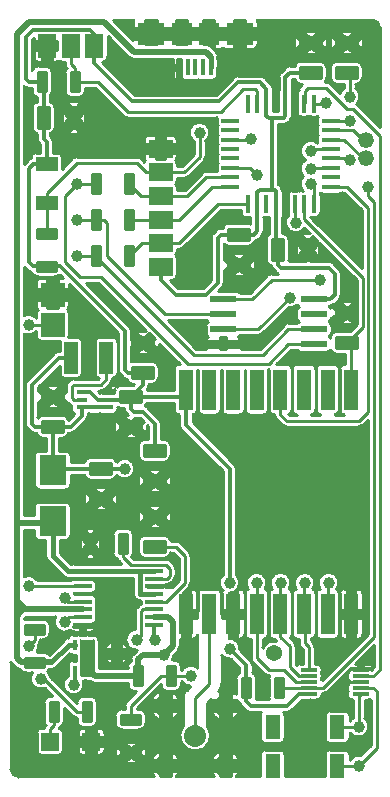
<source format=gbr>
G04 Generated by Ultiboard 13.0 *
%FSLAX24Y24*%
%MOIN*%

%ADD10C,0.0001*%
%ADD11C,0.0001*%
%ADD12C,0.0100*%
%ADD13C,0.0140*%
%ADD14C,0.0120*%
%ADD15C,0.0200*%
%ADD16C,0.0170*%
%ADD17C,0.0160*%
%ADD18C,0.0735*%
%ADD19R,0.0512X0.0787*%
%ADD20R,0.0591X0.0591*%
%ADD21C,0.0394*%
%ADD22R,0.0583X0.0225*%
%ADD23C,0.0167*%
%ADD24R,0.0225X0.0583*%
%ADD25R,0.0571X0.0118*%
%ADD26R,0.0157X0.0374*%
%ADD27R,0.0472X0.1378*%
%ADD28R,0.0591X0.0177*%
%ADD29R,0.0906X0.0984*%
%ADD30R,0.0617X0.0308*%
%ADD31R,0.0374X0.0157*%
%ADD32R,0.0453X0.1063*%
%ADD33R,0.0866X0.0236*%
%ADD34R,0.0787X0.0787*%
%ADD35R,0.0787X0.0591*%
%ADD36R,0.0308X0.0617*%
%ADD37R,0.0728X0.0472*%
%ADD38R,0.0160X0.0591*%
%ADD39R,0.0591X0.0160*%
%ADD40R,0.0157X0.0551*%
%ADD41R,0.0709X0.0748*%
%ADD42R,0.0906X0.0748*%
%ADD43R,0.0591X0.0787*%
%ADD44C,0.0540*%


G04 ColorRGB 00FF00 for the following layer *
%LNCopper Top*%
%LPD*%
G54D10*
G36*
X-27749Y21787D02*
X-27749Y21787D01*
X-27749Y15751D01*
X-27403Y15751D01*
X-27403Y16046D01*
G75*
D01*
G02X-27253Y16196I150J0*
G01*
X-27253Y16196D01*
X-26347Y16196D01*
G74*
D01*
G02X-26197Y16046I0J150*
G01*
X-26197Y16046D01*
X-26197Y15061D01*
G75*
D01*
G02X-26347Y14911I-150J0*
G01*
X-26347Y14911D01*
X-26564Y14911D01*
X-26564Y14498D01*
X-26192Y14126D01*
X-26139Y14126D01*
G75*
D01*
G02X-26088Y14135I51J-141*
G01*
X-26088Y14135D01*
X-25497Y14135D01*
G74*
D01*
G02X-25446Y14126I0J151*
G01*
X-25446Y14126D01*
X-24510Y14126D01*
X-24592Y14208D01*
G74*
D01*
G02X-24641Y14287I141J142*
G01*
G75*
D01*
G02X-24797Y14508I78J221*
G01*
X-24797Y14508D01*
X-24797Y15092D01*
G75*
D01*
G02X-24563Y15326I234J0*
G01*
X-24563Y15326D01*
X-24337Y15326D01*
G74*
D01*
G02X-24103Y15092I0J234*
G01*
X-24103Y15092D01*
X-24103Y14508D01*
G75*
D01*
G02X-24165Y14349I-234J0*
G01*
X-24165Y14349D01*
X-24117Y14301D01*
X-23029Y14301D01*
G74*
D01*
G02X-22961Y14289I0J201*
G01*
G74*
D01*
G02X-22887Y14242I68J188*
G01*
X-22887Y14242D01*
X-22758Y14113D01*
G75*
D01*
G02X-22699Y13970I-141J-142*
G01*
X-22699Y13970D01*
X-22699Y13740D01*
G75*
D01*
G02X-22758Y13598I-201J0*
G01*
X-22758Y13598D01*
X-22858Y13498D01*
G74*
D01*
G02X-22943Y13447I142J141*
G01*
G74*
D01*
G02X-23000Y13439I56J193*
G01*
X-23000Y13439D01*
X-23012Y13439D01*
G74*
D01*
G02X-23112Y13400I101J111*
G01*
X-23112Y13400D01*
X-23636Y13400D01*
X-23636Y13367D01*
X-23112Y13367D01*
G74*
D01*
G02X-23044Y13351I1J150*
G01*
X-23044Y13351D01*
X-22833Y13351D01*
X-22601Y13583D01*
X-22601Y14317D01*
X-22783Y14499D01*
X-22862Y14499D01*
G74*
D01*
G02X-23092Y14311I229J46*
G01*
X-23092Y14311D01*
X-23708Y14311D01*
G75*
D01*
G02X-23943Y14546I0J235*
G01*
X-23943Y14546D01*
X-23943Y14854D01*
G75*
D01*
G02X-23708Y15089I235J0*
G01*
X-23708Y15089D01*
X-23092Y15089D01*
G74*
D01*
G02X-22862Y14901I0J235*
G01*
X-22862Y14901D01*
X-22700Y14901D01*
G74*
D01*
G02X-22659Y14897I1J201*
G01*
G74*
D01*
G02X-22558Y14842I42J197*
G01*
X-22558Y14842D01*
X-22258Y14542D01*
G75*
D01*
G02X-22199Y14400I-141J-142*
G01*
X-22199Y14400D01*
X-22199Y13500D01*
G75*
D01*
G02X-22258Y13358I-201J0*
G01*
X-22258Y13358D01*
X-22493Y13123D01*
X-22493Y12597D01*
X-22549Y12597D01*
X-22549Y12323D01*
X-22493Y12323D01*
X-22493Y11620D01*
X-22549Y11620D01*
X-22549Y11401D01*
G75*
D01*
G02X-22622Y11222I-251J-2*
G01*
X-22622Y11222D01*
X-22753Y11091D01*
G74*
D01*
G02X-22800Y10926I347J10*
G01*
X-22800Y10926D01*
X-22737Y10926D01*
G74*
D01*
G02X-22503Y10692I0J234*
G01*
X-22503Y10692D01*
X-22503Y10601D01*
X-22483Y10601D01*
G75*
D01*
G02X-21970Y10660I283J-201*
G01*
X-21970Y10660D01*
X-21970Y11750D01*
G74*
D01*
G02X-22120Y11620I150J21*
G01*
X-22120Y11620D01*
X-22219Y11620D01*
X-22219Y12323D01*
X-21970Y12323D01*
X-21970Y12460D01*
G74*
D01*
G02X-21955Y12569I401J0*
G01*
X-21955Y12569D01*
X-21955Y13149D01*
G75*
D01*
G02X-21805Y13300I150J1*
G01*
X-21805Y13300D01*
X-21332Y13300D01*
G74*
D01*
G02X-21182Y13149I1J151*
G01*
X-21182Y13149D01*
X-21182Y12569D01*
G74*
D01*
G02X-21167Y12460I387J109*
G01*
X-21167Y12460D01*
X-21167Y12323D01*
X-20918Y12323D01*
X-20918Y11646D01*
G75*
D01*
G02X-20555Y11267I19J-345*
G01*
X-20555Y11267D01*
X-20194Y10906D01*
G75*
D01*
G02X-20129Y10749I-155J-156*
G01*
X-20129Y10749D01*
X-20129Y10500D01*
G74*
D01*
G02X-20003Y10292I108J208*
G01*
X-20003Y10292D01*
X-20003Y9708D01*
G75*
D01*
G02X-20020Y9621I-234J1*
G01*
X-20020Y9621D01*
X-19580Y9621D01*
G75*
D01*
G02X-19597Y9708I216J87*
G01*
X-19597Y9708D01*
X-19597Y10292D01*
G74*
D01*
G02X-19571Y10399I234J0*
G01*
X-19571Y10399D01*
X-19600Y10399D01*
G75*
D01*
G02X-19627Y10401I1J201*
G01*
G74*
D01*
G02X-19742Y10458I27J198*
G01*
X-19742Y10458D01*
X-20136Y10851D01*
G75*
D01*
G02X-20195Y10994I142J142*
G01*
X-20195Y10994D01*
X-20195Y11620D01*
X-20230Y11620D01*
G75*
D01*
G02X-20381Y11771I0J151*
G01*
X-20381Y11771D01*
X-20381Y13149D01*
G74*
D01*
G02X-20277Y13292I151J0*
G01*
G75*
D01*
G02X-19720Y13295I277J207*
G01*
G74*
D01*
G02X-19607Y13149I37J145*
G01*
X-19607Y13149D01*
X-19607Y11771D01*
G75*
D01*
G02X-19757Y11620I-150J-1*
G01*
X-19757Y11620D01*
X-19793Y11620D01*
X-19793Y11332D01*
G75*
D01*
G02X-19338Y11553I374J-191*
G01*
X-19338Y11553D01*
X-19348Y11564D01*
G74*
D01*
G02X-19388Y11620I140J143*
G01*
X-19388Y11620D01*
X-19443Y11620D01*
G75*
D01*
G02X-19593Y11771I1J151*
G01*
X-19593Y11771D01*
X-19593Y13149D01*
G74*
D01*
G02X-19480Y13295I150J1*
G01*
G75*
D01*
G02X-18923Y13292I280J205*
G01*
G74*
D01*
G02X-18819Y13149I46J143*
G01*
X-18819Y13149D01*
X-18819Y11771D01*
G75*
D01*
G02X-18872Y11656I-151J0*
G01*
X-18872Y11656D01*
X-18758Y11542D01*
G75*
D01*
G02X-18699Y11400I-141J-142*
G01*
X-18699Y11400D01*
X-18699Y10783D01*
X-18666Y10751D01*
G75*
D01*
G02X-18552Y10803I114J-98*
G01*
X-18552Y10803D01*
X-18467Y10803D01*
X-18467Y11283D01*
X-18542Y11358D01*
G75*
D01*
G02X-18601Y11500I141J142*
G01*
X-18601Y11500D01*
X-18601Y11620D01*
X-18655Y11620D01*
G75*
D01*
G02X-18806Y11771I0J151*
G01*
X-18806Y11771D01*
X-18806Y13149D01*
G74*
D01*
G02X-18681Y13297I151J1*
G01*
G75*
D01*
G02X-18125Y13288I281J201*
G01*
G74*
D01*
G02X-18032Y13149I57J139*
G01*
X-18032Y13149D01*
X-18032Y11771D01*
G75*
D01*
G02X-18183Y11620I-151J0*
G01*
X-18183Y11620D01*
X-18199Y11620D01*
X-18199Y11583D01*
X-18124Y11508D01*
G75*
D01*
G02X-18065Y11366I-141J-142*
G01*
X-18065Y11366D01*
X-18065Y10803D01*
X-17981Y10803D01*
G74*
D01*
G02X-17830Y10653I1J150*
G01*
X-17830Y10653D01*
X-17830Y10535D01*
G75*
D01*
G02X-17835Y10495I-151J-1*
G01*
G74*
D01*
G02X-17830Y10456I146J39*
G01*
X-17830Y10456D01*
X-17830Y10338D01*
G75*
D01*
G02X-17835Y10298I-151J-1*
G01*
G74*
D01*
G02X-17830Y10259I146J39*
G01*
X-17830Y10259D01*
X-17830Y10254D01*
X-16301Y11783D01*
X-16301Y18915D01*
X-16458Y18758D01*
G75*
D01*
G02X-16600Y18699I-142J141*
G01*
X-16600Y18699D01*
X-19000Y18699D01*
G75*
D01*
G02X-19142Y18758I0J201*
G01*
X-19142Y18758D01*
X-19348Y18964D01*
G74*
D01*
G02X-19407Y19100I141J142*
G01*
X-19407Y19100D01*
X-19443Y19100D01*
G75*
D01*
G02X-19593Y19251I1J151*
G01*
X-19593Y19251D01*
X-19593Y20599D01*
G74*
D01*
G02X-19600Y20599I4J201*
G01*
X-19600Y20599D01*
X-19607Y20599D01*
X-19607Y19251D01*
G75*
D01*
G02X-19757Y19100I-150J-1*
G01*
X-19757Y19100D01*
X-20230Y19100D01*
G75*
D01*
G02X-20381Y19251I0J151*
G01*
X-20381Y19251D01*
X-20381Y20599D01*
X-20394Y20599D01*
X-20394Y19251D01*
G75*
D01*
G02X-20545Y19100I-151J0*
G01*
X-20545Y19100D01*
X-21017Y19100D01*
G75*
D01*
G02X-21168Y19251I0J151*
G01*
X-21168Y19251D01*
X-21168Y20599D01*
X-21182Y20599D01*
X-21182Y19251D01*
G75*
D01*
G02X-21332Y19100I-150J-1*
G01*
X-21332Y19100D01*
X-21805Y19100D01*
G75*
D01*
G02X-21955Y19251I1J151*
G01*
X-21955Y19251D01*
X-21955Y20599D01*
X-21969Y20599D01*
X-21969Y19251D01*
G75*
D01*
G02X-22120Y19100I-151J0*
G01*
X-22120Y19100D01*
X-22135Y19100D01*
X-22135Y18847D01*
X-20744Y17456D01*
G75*
D01*
G02X-20679Y17300I-155J-156*
G01*
X-20679Y17300D01*
X-20679Y13767D01*
G75*
D01*
G02X-20617Y13300I-220J-267*
G01*
X-20617Y13300D01*
X-20545Y13300D01*
G74*
D01*
G02X-20394Y13149I0J151*
G01*
X-20394Y13149D01*
X-20394Y12597D01*
X-20644Y12597D01*
X-20644Y13266D01*
G75*
D01*
G02X-20918Y13154I-255J233*
G01*
X-20918Y13154D01*
X-20918Y12597D01*
X-21168Y12597D01*
X-21168Y13149D01*
G74*
D01*
G02X-21134Y13244I151J0*
G01*
G75*
D01*
G02X-21121Y13767I233J256*
G01*
X-21121Y13767D01*
X-21121Y17208D01*
X-22512Y18599D01*
G75*
D01*
G02X-22577Y18756I156J157*
G01*
X-22577Y18756D01*
X-22577Y19100D01*
X-22592Y19100D01*
G75*
D01*
G02X-22743Y19251I0J151*
G01*
X-22743Y19251D01*
X-22743Y19479D01*
X-23667Y19479D01*
G74*
D01*
G02X-23707Y19401I225J66*
G01*
G74*
D01*
G02X-23644Y19356I95J200*
G01*
X-23644Y19356D01*
X-23244Y18956D01*
G75*
D01*
G02X-23179Y18800I-155J-156*
G01*
X-23179Y18800D01*
X-23179Y18289D01*
X-23092Y18289D01*
G74*
D01*
G02X-22857Y18054I0J235*
G01*
X-22857Y18054D01*
X-22857Y17746D01*
G75*
D01*
G02X-23092Y17511I-235J0*
G01*
X-23092Y17511D01*
X-23708Y17511D01*
G75*
D01*
G02X-23943Y17746I0J235*
G01*
X-23943Y17746D01*
X-23943Y18054D01*
G75*
D01*
G02X-23708Y18289I235J0*
G01*
X-23708Y18289D01*
X-23621Y18289D01*
X-23621Y18708D01*
X-23657Y18745D01*
X-23657Y18546D01*
G75*
D01*
G02X-23665Y18486I-235J1*
G01*
X-23665Y18486D01*
X-23963Y18700D01*
X-23759Y18846D01*
X-23892Y18979D01*
X-24047Y18979D01*
X-24200Y18869D01*
X-24506Y19089D01*
X-24301Y19089D01*
X-24356Y19143D01*
G75*
D01*
G02X-24421Y19300I156J157*
G01*
X-24421Y19300D01*
X-24421Y19311D01*
X-24508Y19311D01*
G75*
D01*
G02X-24629Y19345I1J235*
G01*
X-24629Y19345D01*
X-24629Y19265D01*
G75*
D01*
G02X-24780Y19115I-151J1*
G01*
X-24780Y19115D01*
X-25154Y19115D01*
G75*
D01*
G02X-25226Y19133I-1J150*
G01*
X-25226Y19133D01*
X-25574Y19133D01*
G74*
D01*
G02X-25622Y19117I71J132*
G01*
X-25622Y19117D01*
X-25622Y19067D01*
G75*
D01*
G02X-25684Y18918I-211J0*
G01*
X-25684Y18918D01*
X-26051Y18551D01*
G74*
D01*
G02X-26145Y18496I149J148*
G01*
G74*
D01*
G02X-26200Y18489I54J204*
G01*
X-26200Y18489D01*
X-26264Y18489D01*
G74*
D01*
G02X-26492Y18311I228J57*
G01*
X-26492Y18311D01*
X-26589Y18311D01*
X-26589Y17889D01*
X-26347Y17889D01*
G74*
D01*
G02X-26197Y17739I0J150*
G01*
X-26197Y17739D01*
X-26197Y17511D01*
X-25736Y17511D01*
G75*
D01*
G02X-25508Y17689I228J-57*
G01*
X-25508Y17689D01*
X-24892Y17689D01*
G74*
D01*
G02X-24667Y17521I0J235*
G01*
G75*
D01*
G02X-24667Y17079I266J-221*
G01*
G74*
D01*
G02X-24892Y16911I224J66*
G01*
X-24892Y16911D01*
X-25508Y16911D01*
G75*
D01*
G02X-25736Y17089I0J235*
G01*
X-25736Y17089D01*
X-26197Y17089D01*
X-26197Y16754D01*
G75*
D01*
G02X-26347Y16604I-150J0*
G01*
X-26347Y16604D01*
X-27253Y16604D01*
G75*
D01*
G02X-27403Y16754I0J150*
G01*
X-27403Y16754D01*
X-27403Y17739D01*
G75*
D01*
G02X-27253Y17889I150J0*
G01*
X-27253Y17889D01*
X-27011Y17889D01*
X-27011Y18311D01*
X-27108Y18311D01*
G75*
D01*
G02X-27336Y18489I0J235*
G01*
X-27336Y18489D01*
X-27400Y18489D01*
G75*
D01*
G02X-27475Y18503I1J211*
G01*
G74*
D01*
G02X-27549Y18551I75J196*
G01*
X-27549Y18551D01*
X-27649Y18651D01*
G75*
D01*
G02X-27711Y18800I148J149*
G01*
X-27711Y18800D01*
X-27711Y20100D01*
G74*
D01*
G02X-27649Y20249I211J0*
G01*
X-27649Y20249D01*
X-26749Y21149D01*
G75*
D01*
G02X-26600Y21211I149J-148*
G01*
X-26600Y21211D01*
X-26568Y21211D01*
X-26568Y21531D01*
G74*
D01*
G02X-26566Y21556I151J1*
G01*
X-26566Y21556D01*
X-27194Y21556D01*
G75*
D01*
G02X-27344Y21706I0J150*
G01*
X-27344Y21706D01*
X-27344Y21866D01*
G75*
D01*
G02X-27749Y21787I-256J233*
G01*
D02*
G37*
%LPC*%
G36*
X-24665Y16086D02*
X-24665Y16086D01*
X-24807Y16188D01*
X-24807Y16188D01*
X-24963Y16300D01*
X-24665Y16514D01*
G74*
D01*
G02X-24657Y16454I226J61*
G01*
X-24657Y16454D01*
X-24657Y16146D01*
G75*
D01*
G02X-24665Y16086I-235J1*
G01*
D02*
G37*
G36*
X-25735Y16086D02*
G75*
D01*
G02X-25743Y16146I226J61*
G01*
X-25743Y16146D01*
X-25743Y16454D01*
G74*
D01*
G02X-25735Y16514I235J1*
G01*
X-25735Y16514D01*
X-25437Y16300D01*
X-25593Y16188D01*
X-25593Y16188D01*
X-25735Y16086D01*
D02*
G37*
G36*
X-17883Y13299D02*
G75*
D01*
G02X-17329Y13284I283J201*
G01*
G74*
D01*
G02X-17245Y13149I66J135*
G01*
X-17245Y13149D01*
X-17245Y11771D01*
G75*
D01*
G02X-17395Y11620I-150J-1*
G01*
X-17395Y11620D01*
X-17868Y11620D01*
G75*
D01*
G02X-18018Y11771I1J151*
G01*
X-18018Y11771D01*
X-18018Y13149D01*
G74*
D01*
G02X-17883Y13299I150J1*
G01*
D02*
G37*
G36*
X-16457Y13149D02*
X-16457Y13149D01*
X-16457Y12597D01*
X-16707Y12597D01*
X-16707Y13300D01*
X-16608Y13300D01*
G74*
D01*
G02X-16457Y13149I0J151*
G01*
D02*
G37*
G36*
X-17080Y13300D02*
X-17080Y13300D01*
X-16981Y13300D01*
X-16981Y12597D01*
X-17231Y12597D01*
X-17231Y13149D01*
G75*
D01*
G02X-17080Y13300I151J0*
G01*
D02*
G37*
G36*
X-16608Y11620D02*
X-16608Y11620D01*
X-16707Y11620D01*
X-16707Y12323D01*
X-16457Y12323D01*
X-16457Y11771D01*
G75*
D01*
G02X-16608Y11620I-151J0*
G01*
D02*
G37*
G36*
X-17080Y11620D02*
G75*
D01*
G02X-17231Y11771I0J151*
G01*
X-17231Y11771D01*
X-17231Y12323D01*
X-16981Y12323D01*
X-16981Y11620D01*
X-17080Y11620D01*
D02*
G37*
G36*
X-24506Y18311D02*
X-24506Y18311D01*
X-24200Y18531D01*
X-23894Y18311D01*
X-24506Y18311D01*
D02*
G37*
G36*
X-24735Y18914D02*
X-24735Y18914D01*
X-24437Y18700D01*
X-24735Y18486D01*
G75*
D01*
G02X-24743Y18546I226J61*
G01*
X-24743Y18546D01*
X-24743Y18854D01*
G74*
D01*
G02X-24735Y18914I235J1*
G01*
D02*
G37*
G36*
X-23706Y16511D02*
X-23706Y16511D01*
X-23400Y16731D01*
X-23094Y16511D01*
X-23706Y16511D01*
D02*
G37*
G36*
X-23935Y16686D02*
G75*
D01*
G02X-23943Y16746I226J61*
G01*
X-23943Y16746D01*
X-23943Y17054D01*
G74*
D01*
G02X-23935Y17114I235J1*
G01*
X-23935Y17114D01*
X-23637Y16900D01*
X-23935Y16686D01*
D02*
G37*
G36*
X-23094Y17289D02*
X-23094Y17289D01*
X-23400Y17069D01*
X-23706Y17289D01*
X-23094Y17289D01*
D02*
G37*
G36*
X-22865Y16686D02*
X-22865Y16686D01*
X-23163Y16900D01*
X-22865Y17114D01*
G74*
D01*
G02X-22857Y17054I226J61*
G01*
X-22857Y17054D01*
X-22857Y16746D01*
G75*
D01*
G02X-22865Y16686I-235J1*
G01*
D02*
G37*
G36*
X-24894Y16689D02*
X-24894Y16689D01*
X-25200Y16469D01*
X-25506Y16689D01*
X-24894Y16689D01*
D02*
G37*
G36*
X-25506Y15911D02*
X-25506Y15911D01*
X-25200Y16131D01*
X-24894Y15911D01*
X-25506Y15911D01*
D02*
G37*
G36*
X-23094Y16089D02*
X-23094Y16089D01*
X-23400Y15869D01*
X-23706Y16089D01*
X-23094Y16089D01*
D02*
G37*
G36*
X-22865Y15914D02*
G74*
D01*
G02X-22857Y15854I226J61*
G01*
X-22857Y15854D01*
X-22857Y15546D01*
G75*
D01*
G02X-22865Y15486I-235J1*
G01*
X-22865Y15486D01*
X-23163Y15700D01*
X-22865Y15914D01*
D02*
G37*
G36*
X-23706Y15311D02*
X-23706Y15311D01*
X-23400Y15531D01*
X-23094Y15311D01*
X-23706Y15311D01*
D02*
G37*
G36*
X-23935Y15914D02*
X-23935Y15914D01*
X-23637Y15700D01*
X-23935Y15486D01*
G75*
D01*
G02X-23943Y15546I226J61*
G01*
X-23943Y15546D01*
X-23943Y15854D01*
G74*
D01*
G02X-23935Y15914I235J1*
G01*
D02*
G37*
G36*
X-25741Y15313D02*
G75*
D01*
G02X-25663Y15326I77J-221*
G01*
X-25663Y15326D01*
X-25437Y15326D01*
G74*
D01*
G02X-25359Y15313I1J234*
G01*
X-25359Y15313D01*
X-25550Y15023D01*
X-25741Y15313D01*
D02*
G37*
G36*
X-25203Y14498D02*
X-25203Y14498D01*
X-25403Y14800D01*
X-25203Y15102D01*
G74*
D01*
G02X-25203Y15092I234J5*
G01*
X-25203Y15092D01*
X-25203Y14508D01*
G75*
D01*
G02X-25203Y14498I-234J-5*
G01*
D02*
G37*
G36*
X-25741Y14287D02*
X-25741Y14287D01*
X-25550Y14577D01*
X-25359Y14287D01*
G74*
D01*
G02X-25437Y14274I77J221*
G01*
X-25437Y14274D01*
X-25663Y14274D01*
G75*
D01*
G02X-25741Y14287I-1J234*
G01*
D02*
G37*
G36*
X-25897Y15102D02*
X-25897Y15102D01*
X-25697Y14800D01*
X-25897Y14498D01*
G75*
D01*
G02X-25897Y14508I234J5*
G01*
X-25897Y14508D01*
X-25897Y15092D01*
G74*
D01*
G02X-25897Y15102I234J5*
G01*
D02*
G37*
G36*
X-20545Y11620D02*
X-20545Y11620D01*
X-20644Y11620D01*
X-20644Y12323D01*
X-20394Y12323D01*
X-20394Y11771D01*
G75*
D01*
G02X-20545Y11620I-151J0*
G01*
D02*
G37*
G36*
X-21969Y13149D02*
X-21969Y13149D01*
X-21969Y12597D01*
X-22219Y12597D01*
X-22219Y13300D01*
X-22120Y13300D01*
G74*
D01*
G02X-21969Y13149I0J151*
G01*
D02*
G37*
%LPD*%
G36*
X-19061Y7784D02*
X-19061Y7784D01*
X-19061Y7041D01*
X-17709Y7041D01*
X-17709Y7784D01*
G75*
D01*
G02X-17558Y7935I151J0*
G01*
X-17558Y7935D01*
X-17047Y7935D01*
G74*
D01*
G02X-16896Y7784I0J151*
G01*
X-16896Y7784D01*
X-16896Y7591D01*
X-16889Y7591D01*
G75*
D01*
G02X-16542Y7742I289J-190*
G01*
X-16542Y7742D01*
X-16201Y8083D01*
X-16201Y9604D01*
G74*
D01*
G02X-16248Y9597I45J143*
G01*
X-16248Y9597D01*
X-16399Y9597D01*
X-16399Y8983D01*
G75*
D01*
G02X-16875Y8489I-200J-283*
G01*
X-16875Y8489D01*
X-16896Y8489D01*
X-16896Y8296D01*
G75*
D01*
G02X-17047Y8145I-151J0*
G01*
X-17047Y8145D01*
X-17558Y8145D01*
G75*
D01*
G02X-17709Y8296I0J151*
G01*
X-17709Y8296D01*
X-17709Y9083D01*
G75*
D01*
G02X-17558Y9234I151J0*
G01*
X-17558Y9234D01*
X-17047Y9234D01*
G74*
D01*
G02X-16896Y9083I0J151*
G01*
X-16896Y9083D01*
X-16896Y8891D01*
X-16890Y8891D01*
G74*
D01*
G02X-16801Y8983I290J191*
G01*
X-16801Y8983D01*
X-16801Y9597D01*
X-16819Y9597D01*
G75*
D01*
G02X-16970Y9747I-1J150*
G01*
X-16970Y9747D01*
X-16970Y9865D01*
G74*
D01*
G02X-16965Y9905I151J1*
G01*
G75*
D01*
G02X-16970Y9944I146J39*
G01*
X-16970Y9944D01*
X-16970Y10062D01*
G74*
D01*
G02X-16965Y10102I151J1*
G01*
G74*
D01*
G02X-16969Y10126I146J37*
G01*
X-16969Y10126D01*
X-16956Y10126D01*
G74*
D01*
G02X-16880Y10200I137J64*
G01*
G74*
D01*
G02X-16956Y10274I60J138*
G01*
X-16956Y10274D01*
X-16969Y10274D01*
G74*
D01*
G02X-16965Y10298I149J13*
G01*
G75*
D01*
G02X-16970Y10338I146J39*
G01*
X-16970Y10338D01*
X-16970Y10456D01*
G74*
D01*
G02X-16965Y10495I151J0*
G01*
G74*
D01*
G02X-16969Y10519I146J37*
G01*
X-16969Y10519D01*
X-16956Y10519D01*
G75*
D01*
G02X-16819Y10607I137J-62*
G01*
X-16819Y10607D01*
X-16248Y10607D01*
G74*
D01*
G02X-16198Y10598I1J151*
G01*
X-16198Y10598D01*
X-16186Y10598D01*
X-16116Y10668D01*
X-16459Y10668D01*
X-16459Y10803D01*
X-16248Y10803D01*
G74*
D01*
G02X-16101Y10684I0J150*
G01*
X-16101Y10684D01*
X-16101Y11415D01*
X-16712Y10803D01*
X-16608Y10803D01*
X-16608Y10668D01*
X-16848Y10668D01*
X-17655Y9861D01*
G75*
D01*
G02X-17797Y9802I-142J141*
G01*
X-17797Y9802D01*
X-17830Y9802D01*
X-17830Y9747D01*
G75*
D01*
G02X-17981Y9597I-151J1*
G01*
X-17981Y9597D01*
X-18196Y9597D01*
G74*
D01*
G02X-18266Y9585I72J208*
G01*
X-18266Y9585D01*
X-18502Y9585D01*
X-18844Y9244D01*
G74*
D01*
G02X-18973Y9181I156J155*
G01*
G74*
D01*
G02X-19000Y9179I30J218*
G01*
X-19000Y9179D01*
X-19095Y9179D01*
G74*
D01*
G02X-19061Y9083I117J95*
G01*
X-19061Y9083D01*
X-19061Y8296D01*
G75*
D01*
G02X-19212Y8145I-151J0*
G01*
X-19212Y8145D01*
X-19724Y8145D01*
G75*
D01*
G02X-19875Y8296I0J151*
G01*
X-19875Y8296D01*
X-19875Y9083D01*
G74*
D01*
G02X-19840Y9179I151J1*
G01*
X-19840Y9179D01*
X-20200Y9179D01*
G75*
D01*
G02X-20240Y9183I2J221*
G01*
G74*
D01*
G02X-20357Y9244I39J217*
G01*
X-20357Y9244D01*
X-20506Y9393D01*
G74*
D01*
G02X-20565Y9497I156J157*
G01*
G74*
D01*
G02X-20661Y9583I102J211*
G01*
X-20661Y9583D01*
X-20810Y9583D01*
G75*
D01*
G02X-20810Y9217I-234J-183*
G01*
X-20810Y9217D01*
X-20560Y9217D01*
G74*
D01*
G02X-20860Y8916I484J182*
G01*
X-20860Y8916D01*
X-20860Y9166D01*
G75*
D01*
G02X-21227Y9166I-184J234*
G01*
X-21227Y9166D01*
X-21227Y8916D01*
G74*
D01*
G02X-21528Y9217I183J484*
G01*
X-21528Y9217D01*
X-21278Y9217D01*
G75*
D01*
G02X-21278Y9583I234J183*
G01*
X-21278Y9583D01*
X-21528Y9583D01*
G74*
D01*
G02X-21513Y9619I484J181*
G01*
X-21513Y9619D01*
X-21642Y9490D01*
X-21642Y8726D01*
G75*
D01*
G02X-22446Y8726I-402J-325*
G01*
X-22446Y8726D01*
X-22446Y9656D01*
G75*
D01*
G02X-22328Y9940I402J-1*
G01*
X-22328Y9940D01*
X-22215Y10053D01*
G74*
D01*
G02X-22483Y10199I15J347*
G01*
X-22483Y10199D01*
X-22503Y10199D01*
X-22503Y10108D01*
G75*
D01*
G02X-22737Y9874I-234J0*
G01*
X-22737Y9874D01*
X-22836Y9874D01*
G74*
D01*
G02X-22560Y9583I208J473*
G01*
X-22560Y9583D01*
X-22810Y9583D01*
G75*
D01*
G02X-22810Y9217I-234J-183*
G01*
X-22810Y9217D01*
X-22560Y9217D01*
G74*
D01*
G02X-22860Y8916I484J182*
G01*
X-22860Y8916D01*
X-22860Y9166D01*
G75*
D01*
G02X-23227Y9166I-184J234*
G01*
X-23227Y9166D01*
X-23227Y8916D01*
G74*
D01*
G02X-23528Y9217I183J484*
G01*
X-23528Y9217D01*
X-23278Y9217D01*
G75*
D01*
G02X-23278Y9583I234J183*
G01*
X-23278Y9583D01*
X-23528Y9583D01*
G74*
D01*
G02X-23227Y9884I484J183*
G01*
X-23227Y9884D01*
X-23227Y9634D01*
G75*
D01*
G02X-22860Y9634I183J-234*
G01*
X-22860Y9634D01*
X-22860Y9874D01*
X-22963Y9874D01*
G75*
D01*
G02X-23197Y10108I0J234*
G01*
X-23197Y10108D01*
X-23197Y10119D01*
X-23999Y9317D01*
X-23999Y9297D01*
X-23908Y9297D01*
G74*
D01*
G02X-23674Y9063I0J234*
G01*
X-23674Y9063D01*
X-23674Y8837D01*
G75*
D01*
G02X-23908Y8603I-234J0*
G01*
X-23908Y8603D01*
X-24492Y8603D01*
G75*
D01*
G02X-24726Y8837I0J234*
G01*
X-24726Y8837D01*
X-24726Y9063D01*
G75*
D01*
G02X-24492Y9297I234J0*
G01*
X-24492Y9297D01*
X-24401Y9297D01*
X-24401Y9400D01*
G74*
D01*
G02X-24342Y9542I201J0*
G01*
X-24342Y9542D01*
X-24010Y9874D01*
X-24063Y9874D01*
G75*
D01*
G02X-24297Y10108I0J234*
G01*
X-24297Y10108D01*
X-24297Y10149D01*
X-25377Y10149D01*
G75*
D01*
G02X-25458Y10162I-1J251*
G01*
G74*
D01*
G02X-25555Y10223I82J237*
G01*
X-25555Y10223D01*
X-25562Y10229D01*
X-25623Y10229D01*
G75*
D01*
G02X-25672Y10237I-1J151*
G01*
G74*
D01*
G02X-25721Y10229I48J143*
G01*
X-25721Y10229D01*
X-25778Y10229D01*
G75*
D01*
G02X-26285Y10393I-321J-128*
G01*
X-26285Y10393D01*
X-26285Y10754D01*
G75*
D01*
G02X-26135Y10905I150J1*
G01*
X-26135Y10905D01*
X-26031Y10905D01*
X-26031Y11095D01*
X-26135Y11095D01*
G75*
D01*
G02X-26237Y11136I1J151*
G01*
X-26237Y11136D01*
X-26617Y10756D01*
G74*
D01*
G02X-26850Y10599I233J94*
G01*
X-26850Y10599D01*
X-26919Y10599D01*
G74*
D01*
G02X-26963Y10553I190J137*
G01*
G74*
D01*
G02X-26855Y10340I236J253*
G01*
X-26855Y10340D01*
X-26458Y9942D01*
X-26458Y9942D01*
X-26458Y9942D01*
X-26458Y9942D01*
X-25997Y9481D01*
X-25997Y9492D01*
G75*
D01*
G02X-25763Y9726I234J0*
G01*
X-25763Y9726D01*
X-25537Y9726D01*
G74*
D01*
G02X-25303Y9492I0J234*
G01*
X-25303Y9492D01*
X-25303Y8908D01*
G75*
D01*
G02X-25537Y8674I-234J0*
G01*
X-25537Y8674D01*
X-25763Y8674D01*
G75*
D01*
G02X-25997Y8908I0J234*
G01*
X-25997Y8908D01*
X-25997Y8999D01*
X-26000Y8999D01*
G75*
D01*
G02X-26031Y9001I-3J201*
G01*
G74*
D01*
G02X-26142Y9058I32J198*
G01*
X-26142Y9058D01*
X-26403Y9319D01*
X-26403Y8908D01*
G75*
D01*
G02X-26559Y8687I-234J0*
G01*
G74*
D01*
G02X-26579Y8645I190J65*
G01*
G74*
D01*
G02X-26443Y8495I14J149*
G01*
X-26443Y8495D01*
X-26443Y7905D01*
G75*
D01*
G02X-26594Y7754I-151J0*
G01*
X-26594Y7754D01*
X-27184Y7754D01*
G75*
D01*
G02X-27335Y7905I0J151*
G01*
X-27335Y7905D01*
X-27335Y8495D01*
G75*
D01*
G02X-27184Y8646I151J0*
G01*
X-27184Y8646D01*
X-27087Y8646D01*
G74*
D01*
G02X-27035Y8749I198J35*
G01*
G75*
D01*
G02X-27097Y8908I172J159*
G01*
X-27097Y8908D01*
X-27097Y9492D01*
G75*
D01*
G02X-26863Y9726I234J0*
G01*
X-26863Y9726D01*
X-26810Y9726D01*
X-27065Y9981D01*
G75*
D01*
G02X-27481Y10503I-137J318*
G01*
X-27481Y10503D01*
X-27692Y10503D01*
G75*
D01*
G02X-27882Y10601I0J234*
G01*
G74*
D01*
G02X-27895Y10603I32J249*
G01*
G74*
D01*
G02X-28028Y10673I45J247*
G01*
X-28028Y10673D01*
X-28177Y10822D01*
G74*
D01*
G02X-28192Y10838I175J180*
G01*
X-28192Y10838D01*
X-28192Y7283D01*
G75*
D01*
G02X-28192Y7275I-151J-4*
G01*
G74*
D01*
G03X-27957Y7040I243J8*
G01*
G75*
D01*
G02X-27949Y7041I23J-148*
G01*
X-27949Y7041D01*
X-23416Y7041D01*
G74*
D01*
G02X-23528Y7217I370J359*
G01*
X-23528Y7217D01*
X-23278Y7217D01*
G75*
D01*
G02X-23278Y7583I234J183*
G01*
X-23278Y7583D01*
X-23528Y7583D01*
G74*
D01*
G02X-23227Y7884I484J183*
G01*
X-23227Y7884D01*
X-23227Y7634D01*
G75*
D01*
G02X-22860Y7634I183J-234*
G01*
X-22860Y7634D01*
X-22860Y7884D01*
G74*
D01*
G02X-22560Y7583I184J483*
G01*
X-22560Y7583D01*
X-22810Y7583D01*
G75*
D01*
G02X-22810Y7217I-234J-183*
G01*
X-22810Y7217D01*
X-22560Y7217D01*
G74*
D01*
G02X-22672Y7041I483J184*
G01*
X-22672Y7041D01*
X-21416Y7041D01*
G74*
D01*
G02X-21528Y7217I370J359*
G01*
X-21528Y7217D01*
X-21278Y7217D01*
G75*
D01*
G02X-21278Y7583I234J183*
G01*
X-21278Y7583D01*
X-21528Y7583D01*
G74*
D01*
G02X-21227Y7884I484J183*
G01*
X-21227Y7884D01*
X-21227Y7634D01*
G75*
D01*
G02X-20860Y7634I183J-234*
G01*
X-20860Y7634D01*
X-20860Y7884D01*
G74*
D01*
G02X-20560Y7583I184J483*
G01*
X-20560Y7583D01*
X-20810Y7583D01*
G75*
D01*
G02X-20810Y7217I-234J-183*
G01*
X-20810Y7217D01*
X-20560Y7217D01*
G74*
D01*
G02X-20672Y7041I483J184*
G01*
X-20672Y7041D01*
X-19875Y7041D01*
X-19875Y7784D01*
G75*
D01*
G02X-19724Y7935I151J0*
G01*
X-19724Y7935D01*
X-19212Y7935D01*
G74*
D01*
G02X-19061Y7784I0J151*
G01*
D02*
G37*
%LPC*%
G36*
X-25806Y8646D02*
X-25806Y8646D01*
X-25669Y8646D01*
X-25669Y8358D01*
X-25957Y8358D01*
X-25957Y8495D01*
G75*
D01*
G02X-25806Y8646I151J0*
G01*
D02*
G37*
G36*
X-25065Y8495D02*
X-25065Y8495D01*
X-25065Y8358D01*
X-25353Y8358D01*
X-25353Y8646D01*
X-25216Y8646D01*
G74*
D01*
G02X-25065Y8495I0J151*
G01*
D02*
G37*
G36*
X-23898Y8197D02*
X-23898Y8197D01*
X-24200Y7997D01*
X-24502Y8197D01*
G75*
D01*
G02X-24492Y8197I5J-234*
G01*
X-24492Y8197D01*
X-23908Y8197D01*
G74*
D01*
G02X-23898Y8197I5J234*
G01*
D02*
G37*
G36*
X-23687Y7659D02*
X-23687Y7659D01*
X-23977Y7850D01*
X-23687Y8041D01*
G74*
D01*
G02X-23674Y7963I221J77*
G01*
X-23674Y7963D01*
X-23674Y7737D01*
G75*
D01*
G02X-23687Y7659I-234J-1*
G01*
D02*
G37*
G36*
X-24502Y7503D02*
X-24502Y7503D01*
X-24200Y7703D01*
X-23898Y7503D01*
G74*
D01*
G02X-23908Y7503I5J234*
G01*
X-23908Y7503D01*
X-24492Y7503D01*
G75*
D01*
G02X-24502Y7503I-5J234*
G01*
D02*
G37*
G36*
X-24713Y7659D02*
G75*
D01*
G02X-24726Y7737I221J77*
G01*
X-24726Y7737D01*
X-24726Y7963D01*
G74*
D01*
G02X-24713Y8041I234J1*
G01*
X-24713Y8041D01*
X-24423Y7850D01*
X-24713Y7659D01*
D02*
G37*
G36*
X-25216Y7754D02*
X-25216Y7754D01*
X-25353Y7754D01*
X-25353Y8042D01*
X-25065Y8042D01*
X-25065Y7905D01*
G75*
D01*
G02X-25216Y7754I-151J0*
G01*
D02*
G37*
G36*
X-25806Y7754D02*
G75*
D01*
G02X-25957Y7905I0J151*
G01*
X-25957Y7905D01*
X-25957Y8042D01*
X-25669Y8042D01*
X-25669Y7754D01*
X-25806Y7754D01*
D02*
G37*
%LPD*%
G36*
X-18900Y30721D02*
G75*
D01*
G03X-19057Y30656I0J-221*
G01*
X-19057Y30656D01*
X-19199Y30514D01*
G74*
D01*
G03X-19264Y30357I156J157*
G01*
X-19264Y30357D01*
X-19264Y29919D01*
G74*
D01*
G03X-19276Y29919I6J150*
G01*
X-19276Y29919D01*
X-19276Y29555D01*
X-19273Y29555D01*
X-19273Y29391D01*
X-19276Y29391D01*
X-19276Y29221D01*
X-19439Y29221D01*
X-19439Y29391D01*
X-19442Y29391D01*
X-19442Y29555D01*
X-19439Y29555D01*
X-19439Y29919D01*
G74*
D01*
G03X-19451Y29919I6J150*
G01*
X-19451Y29919D01*
X-19451Y29972D01*
G75*
D01*
G03X-19516Y30129I-221J0*
G01*
X-19516Y30129D01*
X-19724Y30336D01*
G75*
D01*
G03X-19880Y30401I-156J-155*
G01*
X-19880Y30401D01*
X-20620Y30401D01*
G75*
D01*
G03X-20777Y30336I0J-221*
G01*
X-20777Y30336D01*
X-21342Y29771D01*
X-24058Y29771D01*
X-25143Y30856D01*
X-25117Y30856D01*
G75*
D01*
G03X-24967Y31006I0J150*
G01*
X-24967Y31006D01*
X-24967Y31711D01*
X-24278Y31023D01*
G75*
D01*
G03X-24100Y30949I178J177*
G01*
X-24100Y30949D01*
X-22785Y30949D01*
X-22785Y30759D01*
X-22637Y30759D01*
X-22637Y30949D01*
X-22529Y30949D01*
X-22529Y30402D01*
G75*
D01*
G03X-22474Y30286I151J1*
G01*
X-22474Y30286D01*
X-22474Y30252D01*
G74*
D01*
G03X-22428Y30260I2J150*
G01*
G75*
D01*
G03X-22378Y30252I48J142*
G01*
X-22378Y30252D01*
X-22221Y30252D01*
G74*
D01*
G03X-22172Y30260I1J150*
G01*
G75*
D01*
G03X-22123Y30252I48J142*
G01*
X-22123Y30252D01*
X-21965Y30252D01*
G74*
D01*
G03X-21916Y30260I1J150*
G01*
G75*
D01*
G03X-21867Y30252I48J142*
G01*
X-21867Y30252D01*
X-21709Y30252D01*
G74*
D01*
G03X-21660Y30260I1J150*
G01*
G75*
D01*
G03X-21611Y30252I48J142*
G01*
X-21611Y30252D01*
X-21453Y30252D01*
G75*
D01*
G03X-21303Y30402I0J150*
G01*
X-21303Y30402D01*
X-21303Y30622D01*
G75*
D01*
G03X-21296Y30678I-228J57*
G01*
X-21296Y30678D01*
X-21296Y30946D01*
G75*
D01*
G03X-21354Y31210I-236J87*
G01*
X-21354Y31210D01*
X-21522Y31378D01*
G74*
D01*
G03X-21620Y31438I177J178*
G01*
G74*
D01*
G03X-21700Y31451I80J238*
G01*
X-21700Y31451D01*
X-21770Y31451D01*
X-21770Y31621D01*
X-22317Y31621D01*
X-22317Y31451D01*
X-22676Y31451D01*
X-22676Y31621D01*
X-23002Y31621D01*
X-23002Y31614D01*
X-23334Y31614D01*
X-23334Y31451D01*
X-23706Y31451D01*
X-23706Y31614D01*
X-24124Y31614D01*
X-24124Y31579D01*
X-24795Y32251D01*
X-24103Y32251D01*
G74*
D01*
G03X-24124Y32174I130J77*
G01*
X-24124Y32174D01*
X-24124Y31986D01*
X-23706Y31986D01*
X-23706Y32251D01*
X-23334Y32251D01*
X-23334Y31986D01*
X-23002Y31986D01*
X-23002Y31979D01*
X-22676Y31979D01*
X-22676Y32251D01*
X-22317Y32251D01*
X-22317Y31979D01*
X-21770Y31979D01*
X-21770Y32251D01*
X-21412Y32251D01*
X-21412Y31979D01*
X-21086Y31979D01*
X-21086Y31986D01*
X-20753Y31986D01*
X-20753Y32251D01*
X-20381Y32251D01*
X-20381Y31986D01*
X-19964Y31986D01*
X-19964Y32174D01*
G74*
D01*
G03X-19985Y32251I151J0*
G01*
X-19985Y32251D01*
X-16138Y32251D01*
X-16130Y32251D01*
G74*
D01*
G02X-15895Y32016I8J243*
G01*
G74*
D01*
G03X-15895Y32008I150J4*
G01*
X-15895Y32008D01*
X-15895Y28680D01*
X-16658Y29442D01*
G74*
D01*
G03X-16663Y29447I144J139*
G01*
G75*
D01*
G03X-16699Y29983I-236J253*
G01*
X-16699Y29983D01*
X-16699Y30111D01*
X-16692Y30111D01*
G75*
D01*
G03X-16457Y30346I0J235*
G01*
X-16457Y30346D01*
X-16457Y30654D01*
G74*
D01*
G03X-16692Y30889I235J0*
G01*
X-16692Y30889D01*
X-17308Y30889D01*
G75*
D01*
G03X-17543Y30654I0J-235*
G01*
X-17543Y30654D01*
X-17543Y30346D01*
G75*
D01*
G03X-17308Y30111I235J0*
G01*
X-17308Y30111D01*
X-17101Y30111D01*
X-17101Y29983D01*
G74*
D01*
G03X-17228Y29812I202J282*
G01*
X-17228Y29812D01*
X-17558Y30142D01*
G74*
D01*
G03X-17629Y30188I142J141*
G01*
G74*
D01*
G03X-17700Y30201I71J187*
G01*
X-17700Y30201D01*
X-17707Y30201D01*
G75*
D01*
G03X-17657Y30346I-185J145*
G01*
X-17657Y30346D01*
X-17657Y30654D01*
G74*
D01*
G03X-17892Y30889I235J0*
G01*
X-17892Y30889D01*
X-18508Y30889D01*
G75*
D01*
G03X-18733Y30721I0J-235*
G01*
X-18733Y30721D01*
X-18900Y30721D01*
D02*
G37*
%LPC*%
G36*
X-17306Y31111D02*
X-17306Y31111D01*
X-16694Y31111D01*
X-17000Y31331D01*
X-17306Y31111D01*
D02*
G37*
G36*
X-17535Y31714D02*
G74*
D01*
G03X-17543Y31654I226J61*
G01*
X-17543Y31654D01*
X-17543Y31346D01*
G75*
D01*
G03X-17535Y31286I235J1*
G01*
X-17535Y31286D01*
X-17237Y31500D01*
X-17535Y31714D01*
D02*
G37*
G36*
X-17894Y31889D02*
X-17894Y31889D01*
X-18506Y31889D01*
X-18200Y31669D01*
X-17894Y31889D01*
D02*
G37*
G36*
X-17665Y31714D02*
X-17665Y31714D01*
X-17963Y31500D01*
X-17665Y31286D01*
G75*
D01*
G03X-17657Y31346I-226J61*
G01*
X-17657Y31346D01*
X-17657Y31654D01*
G74*
D01*
G03X-17665Y31714I235J1*
G01*
D02*
G37*
G36*
X-18506Y31111D02*
X-18506Y31111D01*
X-17894Y31111D01*
X-18200Y31331D01*
X-18506Y31111D01*
D02*
G37*
G36*
X-18735Y31714D02*
G74*
D01*
G03X-18743Y31654I226J61*
G01*
X-18743Y31654D01*
X-18743Y31346D01*
G75*
D01*
G03X-18735Y31286I235J1*
G01*
X-18735Y31286D01*
X-18437Y31500D01*
X-18735Y31714D01*
D02*
G37*
G36*
X-16694Y31889D02*
X-16694Y31889D01*
X-17306Y31889D01*
X-17000Y31669D01*
X-16694Y31889D01*
D02*
G37*
G36*
X-16465Y31714D02*
X-16465Y31714D01*
X-16763Y31500D01*
X-16465Y31286D01*
G75*
D01*
G03X-16457Y31346I-226J61*
G01*
X-16457Y31346D01*
X-16457Y31654D01*
G74*
D01*
G03X-16465Y31714I235J1*
G01*
D02*
G37*
G36*
X-21237Y31275D02*
G74*
D01*
G03X-21128Y31321I0J151*
G01*
G75*
D01*
G03X-21020Y31275I108J104*
G01*
X-21020Y31275D01*
X-20753Y31275D01*
X-20753Y31614D01*
X-21086Y31614D01*
X-21086Y31621D01*
X-21412Y31621D01*
X-21412Y31275D01*
X-21237Y31275D01*
D02*
G37*
G36*
X-22785Y30402D02*
G75*
D01*
G03X-22637Y30252I151J1*
G01*
X-22637Y30252D01*
X-22637Y30597D01*
X-22785Y30597D01*
X-22785Y30402D01*
D02*
G37*
G36*
X-19964Y31426D02*
X-19964Y31426D01*
X-19964Y31614D01*
X-20381Y31614D01*
X-20381Y31275D01*
X-20115Y31275D01*
G75*
D01*
G03X-19964Y31426I0J151*
G01*
D02*
G37*
%LPD*%
G36*
X-22101Y28217D02*
X-22101Y28217D01*
X-22101Y27783D01*
X-22502Y27382D01*
X-22656Y27382D01*
X-22656Y27476D01*
G74*
D01*
G03X-22692Y27575I150J2*
G01*
G75*
D01*
G03X-22656Y27673I-114J97*
G01*
X-22656Y27673D01*
X-22656Y27810D01*
X-23042Y27810D01*
X-23042Y27627D01*
X-23358Y27627D01*
X-23358Y27810D01*
X-23744Y27810D01*
X-23744Y27673D01*
G75*
D01*
G03X-23708Y27575I150J-1*
G01*
G74*
D01*
G03X-23737Y27522I114J97*
G01*
X-23737Y27522D01*
X-23858Y27642D01*
G74*
D01*
G03X-23950Y27695I142J141*
G01*
G74*
D01*
G03X-24000Y27701I49J195*
G01*
X-24000Y27701D01*
X-26000Y27701D01*
G75*
D01*
G03X-26067Y27689I1J-201*
G01*
G74*
D01*
G03X-26142Y27642I66J189*
G01*
X-26142Y27642D01*
X-26485Y27299D01*
X-26485Y27686D01*
G74*
D01*
G03X-26636Y27837I151J0*
G01*
X-26636Y27837D01*
X-26779Y27837D01*
X-26779Y28199D01*
G75*
D01*
G03X-26844Y28356I-221J0*
G01*
X-26844Y28356D01*
X-26879Y28392D01*
X-26879Y28467D01*
G75*
D01*
G03X-26711Y28692I-66J224*
G01*
X-26711Y28692D01*
X-26711Y29308D01*
G74*
D01*
G03X-26879Y29533I235J0*
G01*
X-26879Y29533D01*
X-26879Y29736D01*
G75*
D01*
G03X-26803Y29908I-157J172*
G01*
X-26803Y29908D01*
X-26803Y30492D01*
G74*
D01*
G03X-27037Y30726I234J0*
G01*
X-27037Y30726D01*
X-27263Y30726D01*
G75*
D01*
G03X-27479Y30582I0J-234*
G01*
X-27479Y30582D01*
X-27479Y31608D01*
X-27433Y31654D01*
X-27433Y31558D01*
X-27146Y31558D01*
X-27146Y31716D01*
X-26829Y31716D01*
X-26829Y31558D01*
X-26646Y31558D01*
X-26646Y31242D01*
X-26829Y31242D01*
X-26829Y30856D01*
X-26692Y30856D01*
G74*
D01*
G03X-26594Y30892I1J150*
G01*
G75*
D01*
G03X-26495Y30856I97J114*
G01*
X-26495Y30856D01*
X-26401Y30856D01*
X-26401Y30800D01*
G75*
D01*
G03X-26342Y30658I201J0*
G01*
X-26342Y30658D01*
X-26335Y30651D01*
G74*
D01*
G03X-26397Y30492I172J159*
G01*
X-26397Y30492D01*
X-26397Y29908D01*
G75*
D01*
G03X-26163Y29674I234J0*
G01*
X-26163Y29674D01*
X-25937Y29674D01*
G75*
D01*
G03X-25703Y29908I0J234*
G01*
X-25703Y29908D01*
X-25703Y29999D01*
X-25383Y29999D01*
X-24442Y29058D01*
G74*
D01*
G03X-24367Y29011I141J142*
G01*
G75*
D01*
G03X-24300Y28999I68J188*
G01*
X-24300Y28999D01*
X-21318Y28999D01*
G74*
D01*
G03X-21319Y28982I148J17*
G01*
X-21319Y28982D01*
X-21319Y28822D01*
G75*
D01*
G03X-21298Y28745I150J0*
G01*
G74*
D01*
G03X-21319Y28667I129J77*
G01*
X-21319Y28667D01*
X-21319Y28507D01*
G75*
D01*
G03X-21298Y28430I150J0*
G01*
G74*
D01*
G03X-21319Y28352I129J77*
G01*
X-21319Y28352D01*
X-21319Y28193D01*
G75*
D01*
G03X-21298Y28115I150J-1*
G01*
G74*
D01*
G03X-21319Y28037I129J77*
G01*
X-21319Y28037D01*
X-21319Y27878D01*
G75*
D01*
G03X-21298Y27800I150J-1*
G01*
G74*
D01*
G03X-21319Y27722I129J77*
G01*
X-21319Y27722D01*
X-21319Y27563D01*
G75*
D01*
G03X-21298Y27485I150J-1*
G01*
G74*
D01*
G03X-21319Y27407I129J77*
G01*
X-21319Y27407D01*
X-21319Y27248D01*
G75*
D01*
G03X-21315Y27214I150J0*
G01*
X-21315Y27214D01*
X-21687Y27214D01*
G75*
D01*
G03X-21830Y27154I0J-201*
G01*
X-21830Y27154D01*
X-22390Y26595D01*
X-22656Y26595D01*
X-22656Y26689D01*
G74*
D01*
G03X-22692Y26787I150J1*
G01*
G75*
D01*
G03X-22656Y26886I-114J97*
G01*
X-22656Y26886D01*
X-22656Y26980D01*
X-22419Y26980D01*
G75*
D01*
G03X-22277Y27039I0J201*
G01*
X-22277Y27039D01*
X-21758Y27558D01*
G75*
D01*
G03X-21699Y27700I-141J142*
G01*
X-21699Y27700D01*
X-21699Y28217D01*
G75*
D01*
G03X-22101Y28217I-201J283*
G01*
D02*
G37*
%LPC*%
G36*
X-23594Y28415D02*
G75*
D01*
G03X-23744Y28264I1J-151*
G01*
X-23744Y28264D01*
X-23744Y28127D01*
X-23358Y28127D01*
X-23358Y28415D01*
X-23594Y28415D01*
D02*
G37*
G36*
X-22656Y28264D02*
G74*
D01*
G03X-22806Y28415I150J1*
G01*
X-22806Y28415D01*
X-23042Y28415D01*
X-23042Y28127D01*
X-22656Y28127D01*
X-22656Y28264D01*
D02*
G37*
G36*
X-26489Y29306D02*
X-26489Y29306D01*
X-26489Y28694D01*
X-26269Y29000D01*
X-26489Y29306D01*
D02*
G37*
G36*
X-26314Y28465D02*
G75*
D01*
G03X-26254Y28457I61J226*
G01*
X-26254Y28457D01*
X-25946Y28457D01*
G74*
D01*
G03X-25886Y28465I1J235*
G01*
X-25886Y28465D01*
X-26100Y28763D01*
X-26314Y28465D01*
D02*
G37*
G36*
X-25711Y28694D02*
X-25711Y28694D01*
X-25711Y29306D01*
X-25931Y29000D01*
X-25711Y28694D01*
D02*
G37*
G36*
X-26314Y29535D02*
X-26314Y29535D01*
X-26100Y29237D01*
X-25886Y29535D01*
G74*
D01*
G03X-25946Y29543I61J226*
G01*
X-25946Y29543D01*
X-26254Y29543D01*
G75*
D01*
G03X-26314Y29535I1J-235*
G01*
D02*
G37*
G36*
X-27433Y31006D02*
G75*
D01*
G03X-27283Y30856I150J0*
G01*
X-27283Y30856D01*
X-27146Y30856D01*
X-27146Y31242D01*
X-27433Y31242D01*
X-27433Y31006D01*
D02*
G37*
%LPD*%
G36*
X-19038Y28788D02*
G74*
D01*
G02X-19100Y28779I62J211*
G01*
X-19100Y28779D01*
X-19279Y28779D01*
X-19279Y26785D01*
G74*
D01*
G02X-19244Y26756I123J184*
G01*
X-19244Y26756D01*
X-19201Y26714D01*
G74*
D01*
G02X-19137Y26572I157J156*
G01*
G74*
D01*
G02X-19124Y26573I18J149*
G01*
X-19124Y26573D01*
X-19124Y26209D01*
X-19127Y26209D01*
X-19127Y26045D01*
X-19124Y26045D01*
X-19124Y25681D01*
G74*
D01*
G02X-19136Y25681I6J150*
G01*
X-19136Y25681D01*
X-19136Y25143D01*
G74*
D01*
G02X-18911Y24908I10J235*
G01*
X-18911Y24908D01*
X-18911Y24292D01*
G75*
D01*
G02X-18922Y24221I-235J0*
G01*
X-18922Y24221D01*
X-18402Y24221D01*
X-18300Y24363D01*
X-18198Y24221D01*
X-17600Y24221D01*
G74*
D01*
G02X-17568Y24219I2J221*
G01*
G74*
D01*
G02X-17444Y24156I33J219*
G01*
X-17444Y24156D01*
X-17244Y23956D01*
G75*
D01*
G02X-17179Y23799I-155J-156*
G01*
X-17179Y23799D01*
X-17179Y23100D01*
G75*
D01*
G02X-17244Y22944I-221J1*
G01*
X-17244Y22944D01*
X-17299Y22889D01*
X-16694Y22889D01*
X-17000Y22669D01*
X-17302Y22886D01*
X-17394Y22794D01*
G74*
D01*
G02X-17543Y22729I156J155*
G01*
G74*
D01*
G02X-17580Y22700I110J102*
G01*
G74*
D01*
G02X-17542Y22671I71J132*
G01*
G74*
D01*
G02X-17535Y22714I233J16*
G01*
X-17535Y22714D01*
X-17237Y22500D01*
X-17504Y22309D01*
G74*
D01*
G02X-17580Y22200I148J22*
G01*
G74*
D01*
G02X-17502Y22068I72J132*
G01*
X-17502Y22068D01*
X-17502Y21832D01*
G75*
D01*
G02X-17580Y21700I-151J0*
G01*
G74*
D01*
G02X-17542Y21671I71J132*
G01*
G75*
D01*
G02X-17308Y21889I233J-16*
G01*
X-17308Y21889D01*
X-16896Y21889D01*
X-16661Y22123D01*
X-16661Y22427D01*
X-16763Y22500D01*
X-16661Y22573D01*
X-16661Y23577D01*
X-17911Y24827D01*
X-17911Y24294D01*
X-18131Y24600D01*
X-17944Y24860D01*
X-18142Y25058D01*
X-18300Y24837D01*
X-18514Y25135D01*
G75*
D01*
G02X-18454Y25143I61J-226*
G01*
X-18454Y25143D01*
X-18227Y25143D01*
X-18404Y25320D01*
G75*
D01*
G02X-18961Y25729I-289J190*
G01*
X-18961Y25729D01*
X-18961Y26045D01*
X-18958Y26045D01*
X-18958Y26209D01*
X-18961Y26209D01*
X-18961Y26573D01*
G74*
D01*
G02X-18885Y26551I3J151*
G01*
G75*
D01*
G02X-18807Y26573I78J-128*
G01*
X-18807Y26573D01*
X-18648Y26573D01*
G74*
D01*
G02X-18570Y26551I0J151*
G01*
G75*
D01*
G02X-18493Y26573I78J-128*
G01*
X-18493Y26573D01*
X-18462Y26573D01*
G75*
D01*
G02X-18440Y27050I261J227*
G01*
G75*
D01*
G02X-18374Y27600I239J250*
G01*
G75*
D01*
G02X-17969Y28159I183J294*
G01*
G75*
D01*
G02X-17973Y28193I146J34*
G01*
X-17973Y28193D01*
X-17973Y28352D01*
G74*
D01*
G02X-17951Y28430I151J0*
G01*
G75*
D01*
G02X-17973Y28507I128J78*
G01*
X-17973Y28507D01*
X-17973Y28667D01*
G74*
D01*
G02X-17951Y28745I151J0*
G01*
G75*
D01*
G02X-17973Y28822I128J78*
G01*
X-17973Y28822D01*
X-17973Y28982D01*
G74*
D01*
G02X-17962Y29038I151J1*
G01*
G74*
D01*
G02X-18018Y29027I56J139*
G01*
X-18018Y29027D01*
X-18178Y29027D01*
G75*
D01*
G02X-18255Y29049I1J151*
G01*
G74*
D01*
G02X-18333Y29027I78J128*
G01*
X-18333Y29027D01*
X-18493Y29027D01*
G75*
D01*
G02X-18570Y29049I1J151*
G01*
G74*
D01*
G02X-18646Y29027I78J128*
G01*
X-18646Y29027D01*
X-18646Y29391D01*
X-18643Y29391D01*
X-18643Y29555D01*
X-18646Y29555D01*
X-18646Y29919D01*
G74*
D01*
G02X-18601Y29912I0J150*
G01*
G74*
D01*
G02X-18542Y30042I201J13*
G01*
X-18542Y30042D01*
X-18473Y30111D01*
X-18508Y30111D01*
G75*
D01*
G02X-18733Y30279I0J235*
G01*
X-18733Y30279D01*
X-18808Y30279D01*
X-18821Y30266D01*
X-18821Y29919D01*
G74*
D01*
G02X-18809Y29919I6J150*
G01*
X-18809Y29919D01*
X-18809Y29555D01*
X-18812Y29555D01*
X-18812Y29391D01*
X-18809Y29391D01*
X-18809Y29027D01*
G74*
D01*
G02X-18823Y29028I4J151*
G01*
G74*
D01*
G02X-18886Y28901I219J30*
G01*
X-18886Y28901D01*
X-18944Y28844D01*
G74*
D01*
G02X-19038Y28788I156J155*
G01*
D02*
G37*
%LPC*%
G36*
X-18689Y24906D02*
X-18689Y24906D01*
X-18469Y24600D01*
X-18689Y24294D01*
X-18689Y24906D01*
D02*
G37*
G36*
X-17306Y22111D02*
X-17306Y22111D01*
X-17000Y22331D01*
X-16694Y22111D01*
X-17306Y22111D01*
D02*
G37*
%LPD*%
G36*
X-24663Y20030D02*
G75*
D01*
G02X-24508Y20089I155J-175*
G01*
X-24508Y20089D01*
X-24124Y20089D01*
X-24101Y20111D01*
X-24108Y20111D01*
G75*
D01*
G02X-24334Y20282I0J235*
G01*
G74*
D01*
G02X-24379Y20294I34J217*
G01*
G74*
D01*
G02X-24457Y20344I77J206*
G01*
X-24457Y20344D01*
X-24556Y20443D01*
G75*
D01*
G02X-24621Y20600I156J157*
G01*
X-24621Y20600D01*
X-24621Y21808D01*
X-26256Y23443D01*
X-26256Y23293D01*
X-26607Y23293D01*
X-26607Y23644D01*
X-26457Y23644D01*
X-26565Y23752D01*
G74*
D01*
G02X-26708Y23703I143J184*
G01*
X-26708Y23703D01*
X-27292Y23703D01*
G75*
D01*
G02X-27503Y23835I0J234*
G01*
G74*
D01*
G02X-27607Y23894I53J215*
G01*
X-27607Y23894D01*
X-27749Y24036D01*
X-27749Y22413D01*
G75*
D01*
G02X-27344Y22334I149J-312*
G01*
X-27344Y22334D01*
X-27344Y22494D01*
G74*
D01*
G02X-27301Y22600I150J1*
G01*
G75*
D01*
G02X-27344Y22706I107J105*
G01*
X-27344Y22706D01*
X-27344Y22907D01*
X-26993Y22907D01*
X-26993Y22644D01*
X-26607Y22644D01*
X-26607Y22907D01*
X-26256Y22907D01*
X-26256Y22706D01*
G75*
D01*
G02X-26299Y22600I-150J-1*
G01*
G74*
D01*
G02X-26256Y22494I107J105*
G01*
X-26256Y22494D01*
X-26256Y21706D01*
G75*
D01*
G02X-26258Y21682I-150J0*
G01*
X-26258Y21682D01*
X-25964Y21682D01*
G74*
D01*
G02X-25813Y21531I0J151*
G01*
X-25813Y21531D01*
X-25813Y20469D01*
G75*
D01*
G02X-25964Y20318I-151J0*
G01*
X-25964Y20318D01*
X-26417Y20318D01*
G75*
D01*
G02X-26568Y20469I0J151*
G01*
X-26568Y20469D01*
X-26568Y20734D01*
X-27289Y20013D01*
X-27289Y19881D01*
X-27037Y19700D01*
X-27289Y19519D01*
X-27289Y19004D01*
G75*
D01*
G02X-27108Y19089I181J-150*
G01*
X-27108Y19089D01*
X-26492Y19089D01*
G74*
D01*
G02X-26269Y18929I0J235*
G01*
X-26269Y18929D01*
X-26074Y19125D01*
G75*
D01*
G02X-26171Y19265I53J140*
G01*
X-26171Y19265D01*
X-26171Y19412D01*
G74*
D01*
G02X-26242Y19458I71J187*
G01*
X-26242Y19458D01*
X-26285Y19501D01*
X-26563Y19700D01*
X-26351Y19852D01*
X-26351Y20050D01*
G74*
D01*
G02X-26292Y20192I201J0*
G01*
X-26292Y20192D01*
X-26242Y20242D01*
G75*
D01*
G02X-26100Y20301I142J-141*
G01*
X-26100Y20301D01*
X-25283Y20301D01*
X-25264Y20320D01*
G75*
D01*
G02X-25387Y20469I28J148*
G01*
X-25387Y20469D01*
X-25387Y21531D01*
G75*
D01*
G02X-25236Y21682I151J0*
G01*
X-25236Y21682D01*
X-24783Y21682D01*
G74*
D01*
G02X-24632Y21531I0J151*
G01*
X-24632Y21531D01*
X-24632Y20469D01*
G75*
D01*
G02X-24783Y20318I-151J0*
G01*
X-24783Y20318D01*
X-24808Y20318D01*
X-24808Y20291D01*
G75*
D01*
G02X-24867Y20148I-201J-1*
G01*
X-24867Y20148D01*
X-25048Y19967D01*
X-25048Y19937D01*
X-25082Y19937D01*
G75*
D01*
G02X-25200Y19899I-118J163*
G01*
X-25200Y19899D01*
X-25286Y19899D01*
X-25208Y19821D01*
X-25204Y19821D01*
G75*
D01*
G02X-25154Y19829I48J-142*
G01*
X-25154Y19829D01*
X-24780Y19829D01*
G74*
D01*
G02X-24743Y19825I3J150*
G01*
X-24743Y19825D01*
X-24743Y19854D01*
G74*
D01*
G02X-24728Y19937I235J0*
G01*
X-24728Y19937D01*
X-24886Y19937D01*
X-24886Y20085D01*
X-24780Y20085D01*
G74*
D01*
G02X-24663Y20030I1J150*
G01*
D02*
G37*
%LPC*%
G36*
X-27106Y19311D02*
X-27106Y19311D01*
X-26800Y19531D01*
X-26494Y19311D01*
X-27106Y19311D01*
D02*
G37*
G36*
X-26494Y20089D02*
X-26494Y20089D01*
X-26800Y19869D01*
X-27106Y20089D01*
X-26494Y20089D01*
D02*
G37*
G36*
X-27344Y23494D02*
G75*
D01*
G02X-27194Y23644I150J0*
G01*
X-27194Y23644D01*
X-26993Y23644D01*
X-26993Y23293D01*
X-27344Y23293D01*
X-27344Y23494D01*
D02*
G37*
%LPD*%
G36*
X-24051Y11943D02*
G75*
D01*
G03X-24002Y11253I34J-344*
G01*
X-24002Y11253D01*
X-24127Y11128D01*
G74*
D01*
G03X-24201Y10950I177J178*
G01*
X-24201Y10950D01*
X-24201Y10881D01*
G74*
D01*
G03X-24297Y10692I138J189*
G01*
X-24297Y10692D01*
X-24297Y10651D01*
X-25258Y10651D01*
X-25258Y11580D01*
G74*
D01*
G03X-25378Y11743I170J1*
G01*
G74*
D01*
G03X-25465Y11771I87J122*
G01*
X-25465Y11771D01*
X-25623Y11771D01*
G75*
D01*
G03X-25672Y11763I-1J-151*
G01*
G74*
D01*
G03X-25721Y11771I48J143*
G01*
X-25721Y11771D01*
X-25879Y11771D01*
G75*
D01*
G03X-25928Y11763I-1J-151*
G01*
G74*
D01*
G03X-25977Y11771I48J143*
G01*
X-25977Y11771D01*
X-26135Y11771D01*
G75*
D01*
G03X-26279Y11664I0J-151*
G01*
G74*
D01*
G03X-26349Y11649I13J231*
G01*
G74*
D01*
G03X-26431Y11596I82J216*
G01*
X-26431Y11596D01*
X-26922Y11105D01*
G74*
D01*
G03X-27108Y11197I186J142*
G01*
X-27108Y11197D01*
X-27319Y11197D01*
G75*
D01*
G03X-27258Y11458I-280J203*
G01*
X-27258Y11458D01*
X-27258Y11458D01*
G75*
D01*
G03X-27199Y11600I-141J142*
G01*
X-27199Y11600D01*
X-27199Y11603D01*
X-27108Y11603D01*
G75*
D01*
G03X-26874Y11837I0J234*
G01*
X-26874Y11837D01*
X-26874Y12063D01*
G74*
D01*
G03X-27108Y12297I234J0*
G01*
X-27108Y12297D01*
X-27692Y12297D01*
G75*
D01*
G03X-27749Y12290I0J-234*
G01*
X-27749Y12290D01*
X-27749Y12296D01*
X-27680Y12365D01*
X-26705Y12365D01*
G75*
D01*
G03X-26201Y11916I303J-168*
G01*
G75*
D01*
G03X-26088Y11865I113J99*
G01*
X-26088Y11865D01*
X-25877Y11865D01*
X-25877Y12019D01*
X-26104Y12019D01*
G74*
D01*
G03X-26062Y12121I295J181*
G01*
X-26062Y12121D01*
X-25497Y12121D01*
G74*
D01*
G03X-25371Y12189I0J151*
G01*
X-25371Y12189D01*
X-25347Y12189D01*
X-25347Y12193D01*
G74*
D01*
G03X-25352Y12232I150J1*
G01*
G75*
D01*
G03X-25347Y12272I-145J38*
G01*
X-25347Y12272D01*
X-25347Y12449D01*
G74*
D01*
G03X-25352Y12488I150J1*
G01*
G75*
D01*
G03X-25347Y12528I-145J38*
G01*
X-25347Y12528D01*
X-25347Y12705D01*
G74*
D01*
G03X-25352Y12744I150J1*
G01*
G75*
D01*
G03X-25347Y12783I-145J38*
G01*
X-25347Y12783D01*
X-25347Y12961D01*
G74*
D01*
G03X-25352Y13000I150J1*
G01*
G75*
D01*
G03X-25347Y13039I-145J38*
G01*
X-25347Y13039D01*
X-25347Y13043D01*
X-25371Y13043D01*
G74*
D01*
G03X-25497Y13111I126J82*
G01*
X-25497Y13111D01*
X-26072Y13111D01*
G74*
D01*
G03X-26085Y13145I329J106*
G01*
X-26085Y13145D01*
X-25497Y13145D01*
G74*
D01*
G03X-25371Y13213I0J150*
G01*
X-25371Y13213D01*
X-25347Y13213D01*
X-25347Y13217D01*
G74*
D01*
G03X-25352Y13256I150J1*
G01*
G75*
D01*
G03X-25347Y13295I-145J38*
G01*
X-25347Y13295D01*
X-25347Y13472D01*
G74*
D01*
G03X-25352Y13512I150J2*
G01*
G75*
D01*
G03X-25347Y13551I-145J38*
G01*
X-25347Y13551D01*
X-25347Y13555D01*
X-25371Y13555D01*
G74*
D01*
G03X-25497Y13623I126J82*
G01*
X-25497Y13623D01*
X-26088Y13623D01*
G75*
D01*
G03X-26188Y13585I0J-151*
G01*
X-26188Y13585D01*
X-27306Y13585D01*
G75*
D01*
G03X-27749Y13713I-293J-185*
G01*
X-27749Y13713D01*
X-27749Y15249D01*
X-27403Y15249D01*
X-27403Y15061D01*
G75*
D01*
G03X-27253Y14911I150J0*
G01*
X-27253Y14911D01*
X-27036Y14911D01*
X-27036Y14400D01*
G75*
D01*
G03X-26967Y14233I236J0*
G01*
X-26967Y14233D01*
X-26457Y13723D01*
G74*
D01*
G03X-26362Y13665I167J167*
G01*
G75*
D01*
G03X-26290Y13654I71J225*
G01*
X-26290Y13654D01*
X-24108Y13654D01*
X-24108Y13128D01*
G75*
D01*
G03X-23872Y12892I236J0*
G01*
X-23872Y12892D01*
X-23853Y12892D01*
X-23853Y12805D01*
G74*
D01*
G03X-23926Y12758I70J189*
G01*
X-23926Y12758D01*
X-23992Y12692D01*
G74*
D01*
G03X-24051Y12550I141J142*
G01*
X-24051Y12550D01*
X-24051Y11943D01*
D02*
G37*
%LPC*%
G36*
X-25497Y11865D02*
G75*
D01*
G03X-25347Y12016I-1J151*
G01*
X-25347Y12016D01*
X-25347Y12019D01*
X-25708Y12019D01*
X-25708Y11865D01*
X-25497Y11865D01*
D02*
G37*
G36*
X-24519Y11534D02*
X-24519Y11534D01*
X-24519Y11290D01*
X-24276Y11290D01*
G74*
D01*
G03X-24519Y11534I392J148*
G01*
D02*
G37*
G36*
X-24276Y10992D02*
X-24276Y10992D01*
X-24519Y10992D01*
X-24519Y10749D01*
G74*
D01*
G03X-24276Y10992I149J392*
G01*
D02*
G37*
G36*
X-24868Y11141D02*
G75*
D01*
G03X-24868Y11141I200J0*
G01*
D02*
G37*
G36*
X-24817Y10749D02*
X-24817Y10749D01*
X-24817Y10992D01*
X-25061Y10992D01*
G74*
D01*
G03X-24817Y10749I392J150*
G01*
D02*
G37*
G36*
X-25061Y11290D02*
X-25061Y11290D01*
X-24817Y11290D01*
X-24817Y11534D01*
G74*
D01*
G03X-25061Y11290I149J393*
G01*
D02*
G37*
%LPD*%
G36*
X-23579Y20100D02*
G75*
D01*
G02X-23644Y19944I-221J1*
G01*
X-23644Y19944D01*
X-23666Y19921D01*
X-22743Y19921D01*
X-22743Y20629D01*
G75*
D01*
G02X-22592Y20780I151J0*
G01*
X-22592Y20780D01*
X-22564Y20780D01*
X-23257Y21473D01*
X-23257Y21346D01*
G75*
D01*
G02X-23265Y21286I-235J1*
G01*
X-23265Y21286D01*
X-23563Y21500D01*
X-23401Y21616D01*
X-23598Y21814D01*
X-23800Y21669D01*
X-24106Y21889D01*
X-23673Y21889D01*
X-25283Y23499D01*
X-25686Y23499D01*
X-24244Y22056D01*
G75*
D01*
G02X-24179Y21899I-155J-156*
G01*
X-24179Y21899D01*
X-24179Y21602D01*
X-24037Y21500D01*
X-24179Y21398D01*
X-24179Y20878D01*
G75*
D01*
G02X-24108Y20889I71J-223*
G01*
X-24108Y20889D01*
X-23492Y20889D01*
G74*
D01*
G02X-23257Y20654I0J235*
G01*
X-23257Y20654D01*
X-23257Y20346D01*
G75*
D01*
G02X-23492Y20111I-235J0*
G01*
X-23492Y20111D01*
X-23579Y20111D01*
X-23579Y20100D01*
D02*
G37*
%LPC*%
G36*
X-24106Y21111D02*
X-24106Y21111D01*
X-23800Y21331D01*
X-23494Y21111D01*
X-24106Y21111D01*
D02*
G37*
%LPD*%
G36*
X-20208Y25473D02*
X-20208Y25473D01*
X-20208Y25681D01*
G74*
D01*
G02X-20222Y25681I7J150*
G01*
X-20222Y25681D01*
X-20382Y25681D01*
G75*
D01*
G02X-20533Y25831I-1J150*
G01*
X-20533Y25831D01*
X-20533Y25926D01*
X-21190Y25926D01*
X-22439Y24677D01*
G75*
D01*
G02X-22581Y24618I-142J141*
G01*
X-22581Y24618D01*
X-22656Y24618D01*
X-22656Y24524D01*
G75*
D01*
G02X-22692Y24425I-150J-2*
G01*
G74*
D01*
G02X-22656Y24327I114J97*
G01*
X-22656Y24327D01*
X-22656Y23736D01*
G75*
D01*
G02X-22806Y23585I-150J-1*
G01*
X-22806Y23585D01*
X-22873Y23585D01*
X-22608Y23321D01*
X-21792Y23321D01*
X-21521Y23592D01*
X-21521Y25000D01*
G74*
D01*
G02X-21456Y25157I221J0*
G01*
X-21456Y25157D01*
X-21357Y25256D01*
G75*
D01*
G02X-21200Y25321I157J-156*
G01*
X-21200Y25321D01*
X-21133Y25321D01*
G75*
D01*
G02X-20908Y25489I224J-66*
G01*
X-20908Y25489D01*
X-20292Y25489D01*
G74*
D01*
G02X-20208Y25473I1J235*
G01*
D02*
G37*
G36*
X-19808Y21808D02*
X-19808Y21808D01*
X-19045Y22571D01*
X-19045Y22571D01*
X-18958Y22658D01*
G75*
D01*
G03X-18651Y22759I58J341*
G01*
G74*
D01*
G03X-18592Y22700I131J72*
G01*
G74*
D01*
G03X-18670Y22568I72J132*
G01*
X-18670Y22568D01*
X-18670Y22332D01*
G75*
D01*
G03X-18592Y22200I151J0*
G01*
G74*
D01*
G03X-18645Y22151I72J131*
G01*
X-18645Y22151D01*
X-18950Y22151D01*
G75*
D01*
G03X-19045Y22127I0J-201*
G01*
X-19045Y22127D01*
X-19045Y22127D01*
G74*
D01*
G03X-19092Y22092I95J176*
G01*
X-19092Y22092D01*
X-19883Y21301D01*
X-20534Y21301D01*
G75*
D01*
G03X-20530Y21332I-146J35*
G01*
X-20530Y21332D01*
X-20530Y21355D01*
X-21019Y21355D01*
X-21019Y21301D01*
X-21210Y21301D01*
X-21210Y21355D01*
X-21698Y21355D01*
X-21698Y21332D01*
G75*
D01*
G03X-21695Y21301I151J-1*
G01*
X-21695Y21301D01*
X-22017Y21301D01*
X-22965Y22249D01*
X-21673Y22249D01*
G74*
D01*
G03X-21620Y22200I125J82*
G01*
G74*
D01*
G03X-21698Y22068I72J132*
G01*
X-21698Y22068D01*
X-21698Y21832D01*
G75*
D01*
G03X-21620Y21700I151J0*
G01*
G74*
D01*
G03X-21698Y21568I72J132*
G01*
X-21698Y21568D01*
X-21698Y21545D01*
X-21210Y21545D01*
X-21210Y21681D01*
X-21019Y21681D01*
X-21019Y21545D01*
X-20530Y21545D01*
X-20530Y21568D01*
G74*
D01*
G03X-20608Y21700I151J0*
G01*
G74*
D01*
G03X-20555Y21749I72J131*
G01*
X-20555Y21749D01*
X-19950Y21749D01*
G75*
D01*
G03X-19808Y21808I0J201*
G01*
D02*
G37*
G36*
X-19579Y25107D02*
X-19579Y25107D01*
X-19579Y25681D01*
G74*
D01*
G02X-19593Y25681I7J150*
G01*
X-19593Y25681D01*
X-19752Y25681D01*
G75*
D01*
G02X-19766Y25681I-7J150*
G01*
X-19766Y25681D01*
X-19766Y25213D01*
G75*
D01*
G02X-19831Y25056I-221J0*
G01*
X-19831Y25056D01*
X-19944Y24944D01*
G74*
D01*
G02X-20066Y24882I156J155*
G01*
G74*
D01*
G02X-20292Y24711I225J63*
G01*
X-20292Y24711D01*
X-20908Y24711D01*
G75*
D01*
G02X-21079Y24785I0J235*
G01*
X-21079Y24785D01*
X-21079Y24273D01*
X-20837Y24100D01*
X-21079Y23927D01*
X-21079Y23500D01*
G75*
D01*
G02X-21144Y23344I-221J1*
G01*
X-21144Y23344D01*
X-21269Y23219D01*
X-20681Y23219D01*
G74*
D01*
G02X-20555Y23151I0J151*
G01*
X-20555Y23151D01*
X-20233Y23151D01*
X-19642Y23742D01*
G75*
D01*
G02X-19500Y23801I142J-141*
G01*
X-19500Y23801D01*
X-19296Y23801D01*
G74*
D01*
G02X-19357Y23844I94J199*
G01*
X-19357Y23844D01*
X-19456Y23943D01*
G74*
D01*
G02X-19518Y24066I157J156*
G01*
G75*
D01*
G02X-19689Y24292I63J225*
G01*
X-19689Y24292D01*
X-19689Y24908D01*
G74*
D01*
G02X-19579Y25107I235J0*
G01*
D02*
G37*
%LPC*%
G36*
X-20294Y24489D02*
X-20294Y24489D01*
X-20600Y24269D01*
X-20906Y24489D01*
X-20294Y24489D01*
D02*
G37*
G36*
X-20906Y23711D02*
X-20906Y23711D01*
X-20600Y23931D01*
X-20294Y23711D01*
X-20906Y23711D01*
D02*
G37*
G36*
X-20065Y24314D02*
G74*
D01*
G02X-20057Y24254I226J61*
G01*
X-20057Y24254D01*
X-20057Y23946D01*
G75*
D01*
G02X-20065Y23886I-235J1*
G01*
X-20065Y23886D01*
X-20363Y24100D01*
X-20065Y24314D01*
D02*
G37*
%LPD*%
G36*
X-18645Y21249D02*
X-18645Y21249D01*
X-18867Y21249D01*
X-19336Y20780D01*
X-18970Y20780D01*
G74*
D01*
G02X-18819Y20629I0J151*
G01*
X-18819Y20629D01*
X-18819Y19251D01*
G75*
D01*
G02X-18924Y19108I-151J1*
G01*
X-18924Y19108D01*
X-18917Y19101D01*
X-18668Y19101D01*
G75*
D01*
G02X-18806Y19251I12J150*
G01*
X-18806Y19251D01*
X-18806Y20629D01*
G75*
D01*
G02X-18655Y20780I151J0*
G01*
X-18655Y20780D01*
X-18183Y20780D01*
G74*
D01*
G02X-18032Y20629I0J151*
G01*
X-18032Y20629D01*
X-18032Y19251D01*
G75*
D01*
G02X-18170Y19101I-151J0*
G01*
X-18170Y19101D01*
X-17880Y19101D01*
G75*
D01*
G02X-18018Y19251I12J150*
G01*
X-18018Y19251D01*
X-18018Y20629D01*
G75*
D01*
G02X-17868Y20780I150J1*
G01*
X-17868Y20780D01*
X-17395Y20780D01*
G74*
D01*
G02X-17245Y20629I1J151*
G01*
X-17245Y20629D01*
X-17245Y19251D01*
G75*
D01*
G02X-17383Y19101I-150J0*
G01*
X-17383Y19101D01*
X-17093Y19101D01*
G75*
D01*
G02X-17231Y19251I12J150*
G01*
X-17231Y19251D01*
X-17231Y20629D01*
G75*
D01*
G02X-17080Y20780I151J0*
G01*
X-17080Y20780D01*
X-17045Y20780D01*
X-17045Y21111D01*
X-17308Y21111D01*
G75*
D01*
G02X-17524Y21254I0J235*
G01*
G74*
D01*
G02X-17653Y21181I129J77*
G01*
X-17653Y21181D01*
X-18519Y21181D01*
G75*
D01*
G02X-18645Y21249I0J151*
G01*
D02*
G37*
G36*
X-18198Y25682D02*
X-18198Y25682D01*
X-18152Y25637D01*
X-16501Y23985D01*
X-16501Y25917D01*
X-17081Y26497D01*
X-17142Y26497D01*
G74*
D01*
G02X-17231Y26467I90J120*
G01*
X-17231Y26467D01*
X-17822Y26467D01*
G75*
D01*
G02X-17878Y26478I1J151*
G01*
G74*
D01*
G02X-17867Y26422I139J56*
G01*
X-17867Y26422D01*
X-17867Y25831D01*
G75*
D01*
G02X-18018Y25681I-151J1*
G01*
X-18018Y25681D01*
X-18178Y25681D01*
G75*
D01*
G02X-18198Y25682I-3J150*
G01*
D02*
G37*
G36*
X-27256Y28143D02*
X-27256Y28143D01*
X-27221Y28108D01*
X-27221Y27837D01*
X-27364Y27837D01*
G75*
D01*
G03X-27515Y27686I0J-151*
G01*
X-27515Y27686D01*
X-27515Y27661D01*
G74*
D01*
G03X-27607Y27606I63J211*
G01*
X-27607Y27606D01*
X-27749Y27464D01*
X-27749Y30037D01*
G75*
D01*
G03X-27600Y29979I149J162*
G01*
X-27600Y29979D01*
X-27497Y29979D01*
X-27497Y29908D01*
G75*
D01*
G03X-27321Y29681I234J0*
G01*
X-27321Y29681D01*
X-27321Y29533D01*
G74*
D01*
G03X-27489Y29308I66J224*
G01*
X-27489Y29308D01*
X-27489Y28692D01*
G75*
D01*
G03X-27321Y28467I235J0*
G01*
X-27321Y28467D01*
X-27321Y28300D01*
G75*
D01*
G03X-27256Y28143I221J0*
G01*
D02*
G37*
G36*
X-20867Y10955D02*
X-20867Y10955D01*
X-20571Y10658D01*
X-20571Y10500D01*
G74*
D01*
G03X-20697Y10292I108J208*
G01*
X-20697Y10292D01*
X-20697Y9784D01*
G74*
D01*
G03X-20860Y9884I347J383*
G01*
X-20860Y9884D01*
X-20860Y9634D01*
G75*
D01*
G03X-21227Y9634I-184J-234*
G01*
X-21227Y9634D01*
X-21227Y9884D01*
G74*
D01*
G03X-21265Y9868I181J484*
G01*
G75*
D01*
G03X-21167Y10132I-303J263*
G01*
X-21167Y10132D01*
X-21167Y11078D01*
G75*
D01*
G03X-20867Y10955I266J222*
G01*
D02*
G37*
G36*
X-25880Y11580D02*
X-25880Y11580D01*
X-25880Y10420D01*
G75*
D01*
G03X-25861Y10400I19J-1*
G01*
X-25861Y10400D01*
X-25428Y10400D01*
G75*
D01*
G03X-25408Y10420I0J20*
G01*
X-25408Y10420D01*
X-25408Y11580D01*
G74*
D01*
G03X-25428Y11600I20J0*
G01*
X-25428Y11600D01*
X-25861Y11600D01*
G75*
D01*
G03X-25880Y11580I1J-20*
G01*
D02*
G37*
G36*
X-16605Y27650D02*
G75*
D01*
G02X-16605Y27650I255J0*
G01*
D02*
G37*
G36*
X-16605Y28250D02*
G75*
D01*
G02X-16605Y28250I255J0*
G01*
D02*
G37*
G36*
X-22860Y7166D02*
X-22860Y7166D01*
X-22860Y7041D01*
X-23227Y7041D01*
X-23227Y7166D01*
G75*
D01*
G03X-22860Y7166I183J234*
G01*
D02*
G37*
G36*
X-20860Y7166D02*
X-20860Y7166D01*
X-20860Y7041D01*
X-21227Y7041D01*
X-21227Y7166D01*
G75*
D01*
G03X-20860Y7166I183J234*
G01*
D02*
G37*
G54D11*
X-16605Y27650D02*
G75*
D01*
G02X-16605Y27650I255J0*
G01*
X-16605Y28250D02*
G75*
D01*
G02X-16605Y28250I255J0*
G01*
X-25880Y11580D02*
X-25880Y10420D01*
G75*
D01*
G03X-25861Y10400I19J-1*
G01*
X-25428Y10400D01*
G75*
D01*
G03X-25408Y10420I0J20*
G01*
X-25408Y11580D01*
G74*
D01*
G03X-25428Y11600I20J0*
G01*
X-25861Y11600D01*
G75*
D01*
G03X-25880Y11580I1J-20*
G01*
G54D12*
X-25806Y8646D02*
X-25669Y8646D01*
X-25669Y8358D01*
X-25957Y8358D01*
X-25957Y8495D01*
G75*
D01*
G02X-25806Y8646I151J0*
G01*
X-25065Y8495D02*
X-25065Y8358D01*
X-25353Y8358D01*
X-25353Y8646D01*
X-25216Y8646D01*
G74*
D01*
G02X-25065Y8495I0J151*
G01*
X-23898Y8197D02*
X-24200Y7997D01*
X-24502Y8197D01*
G75*
D01*
G02X-24492Y8197I5J-234*
G01*
X-23908Y8197D01*
G74*
D01*
G02X-23898Y8197I5J234*
G01*
X-23687Y7659D02*
X-23977Y7850D01*
X-23687Y8041D01*
G74*
D01*
G02X-23674Y7963I221J77*
G01*
X-23674Y7737D01*
G75*
D01*
G02X-23687Y7659I-234J-1*
G01*
X-24502Y7503D02*
X-24200Y7703D01*
X-23898Y7503D01*
G74*
D01*
G02X-23908Y7503I5J234*
G01*
X-24492Y7503D01*
G75*
D01*
G02X-24502Y7503I-5J234*
G01*
X-24713Y7659D02*
G75*
D01*
G02X-24726Y7737I221J77*
G01*
X-24726Y7963D01*
G74*
D01*
G02X-24713Y8041I234J1*
G01*
X-24423Y7850D01*
X-24713Y7659D01*
X-25216Y7754D02*
X-25353Y7754D01*
X-25353Y8042D01*
X-25065Y8042D01*
X-25065Y7905D01*
G75*
D01*
G02X-25216Y7754I-151J0*
G01*
X-25806Y7754D02*
G75*
D01*
G02X-25957Y7905I0J151*
G01*
X-25957Y8042D01*
X-25669Y8042D01*
X-25669Y7754D01*
X-25806Y7754D01*
X-19061Y7784D02*
X-19061Y7041D01*
X-17709Y7041D01*
X-17709Y7784D01*
G75*
D01*
G02X-17558Y7935I151J0*
G01*
X-17047Y7935D01*
G74*
D01*
G02X-16896Y7784I0J151*
G01*
X-16896Y7591D01*
X-16889Y7591D01*
G75*
D01*
G02X-16542Y7742I289J-190*
G01*
X-16201Y8083D01*
X-16201Y9604D01*
G74*
D01*
G02X-16248Y9597I45J143*
G01*
X-16399Y9597D01*
X-16399Y8983D01*
G75*
D01*
G02X-16875Y8489I-200J-283*
G01*
X-16896Y8489D01*
X-16896Y8296D01*
G75*
D01*
G02X-17047Y8145I-151J0*
G01*
X-17558Y8145D01*
G75*
D01*
G02X-17709Y8296I0J151*
G01*
X-17709Y9083D01*
G75*
D01*
G02X-17558Y9234I151J0*
G01*
X-17047Y9234D01*
G74*
D01*
G02X-16896Y9083I0J151*
G01*
X-16896Y8891D01*
X-16890Y8891D01*
G74*
D01*
G02X-16801Y8983I290J191*
G01*
X-16801Y9597D01*
X-16819Y9597D01*
G75*
D01*
G02X-16970Y9747I-1J150*
G01*
X-16970Y9865D01*
G74*
D01*
G02X-16965Y9905I151J1*
G01*
G75*
D01*
G02X-16970Y9944I146J39*
G01*
X-16970Y10062D01*
G74*
D01*
G02X-16965Y10102I151J1*
G01*
G74*
D01*
G02X-16969Y10126I146J37*
G01*
X-16956Y10126D01*
G74*
D01*
G02X-16880Y10200I137J64*
G01*
G74*
D01*
G02X-16956Y10274I60J138*
G01*
X-16969Y10274D01*
G74*
D01*
G02X-16965Y10298I149J13*
G01*
G75*
D01*
G02X-16970Y10338I146J39*
G01*
X-16970Y10456D01*
G74*
D01*
G02X-16965Y10495I151J0*
G01*
G74*
D01*
G02X-16969Y10519I146J37*
G01*
X-16956Y10519D01*
G75*
D01*
G02X-16819Y10607I137J-62*
G01*
X-16248Y10607D01*
G74*
D01*
G02X-16198Y10598I1J151*
G01*
X-16186Y10598D01*
X-16116Y10668D01*
X-16459Y10668D01*
X-16459Y10803D01*
X-16248Y10803D01*
G74*
D01*
G02X-16101Y10684I0J150*
G01*
X-16101Y11415D01*
X-16712Y10803D01*
X-16608Y10803D01*
X-16608Y10668D01*
X-16848Y10668D01*
X-17655Y9861D01*
G75*
D01*
G02X-17797Y9802I-142J141*
G01*
X-17830Y9802D01*
X-17830Y9747D01*
G75*
D01*
G02X-17981Y9597I-151J1*
G01*
X-18196Y9597D01*
G74*
D01*
G02X-18266Y9585I72J208*
G01*
X-18502Y9585D01*
X-18844Y9244D01*
G74*
D01*
G02X-18973Y9181I156J155*
G01*
G74*
D01*
G02X-19000Y9179I30J218*
G01*
X-19095Y9179D01*
G74*
D01*
G02X-19061Y9083I117J95*
G01*
X-19061Y8296D01*
G75*
D01*
G02X-19212Y8145I-151J0*
G01*
X-19724Y8145D01*
G75*
D01*
G02X-19875Y8296I0J151*
G01*
X-19875Y9083D01*
G74*
D01*
G02X-19840Y9179I151J1*
G01*
X-20200Y9179D01*
G75*
D01*
G02X-20240Y9183I2J221*
G01*
G74*
D01*
G02X-20357Y9244I39J217*
G01*
X-20506Y9393D01*
G74*
D01*
G02X-20565Y9497I156J157*
G01*
G74*
D01*
G02X-20661Y9583I102J211*
G01*
X-20810Y9583D01*
G75*
D01*
G02X-20810Y9217I-234J-183*
G01*
X-20560Y9217D01*
G74*
D01*
G02X-20860Y8916I484J182*
G01*
X-20860Y9166D01*
G75*
D01*
G02X-21227Y9166I-184J234*
G01*
X-21227Y8916D01*
G74*
D01*
G02X-21528Y9217I183J484*
G01*
X-21278Y9217D01*
G75*
D01*
G02X-21278Y9583I234J183*
G01*
X-21528Y9583D01*
G74*
D01*
G02X-21513Y9619I484J181*
G01*
X-21642Y9490D01*
X-21642Y8726D01*
G75*
D01*
G02X-22446Y8726I-402J-325*
G01*
X-22446Y9656D01*
G75*
D01*
G02X-22328Y9940I402J-1*
G01*
X-22215Y10053D01*
G74*
D01*
G02X-22483Y10199I15J347*
G01*
X-22503Y10199D01*
X-22503Y10108D01*
G75*
D01*
G02X-22737Y9874I-234J0*
G01*
X-22836Y9874D01*
G74*
D01*
G02X-22560Y9583I208J473*
G01*
X-22810Y9583D01*
G75*
D01*
G02X-22810Y9217I-234J-183*
G01*
X-22560Y9217D01*
G74*
D01*
G02X-22860Y8916I484J182*
G01*
X-22860Y9166D01*
G75*
D01*
G02X-23227Y9166I-184J234*
G01*
X-23227Y8916D01*
G74*
D01*
G02X-23528Y9217I183J484*
G01*
X-23278Y9217D01*
G75*
D01*
G02X-23278Y9583I234J183*
G01*
X-23528Y9583D01*
G74*
D01*
G02X-23227Y9884I484J183*
G01*
X-23227Y9634D01*
G75*
D01*
G02X-22860Y9634I183J-234*
G01*
X-22860Y9874D01*
X-22963Y9874D01*
G75*
D01*
G02X-23197Y10108I0J234*
G01*
X-23197Y10119D01*
X-23999Y9317D01*
X-23999Y9297D01*
X-23908Y9297D01*
G74*
D01*
G02X-23674Y9063I0J234*
G01*
X-23674Y8837D01*
G75*
D01*
G02X-23908Y8603I-234J0*
G01*
X-24492Y8603D01*
G75*
D01*
G02X-24726Y8837I0J234*
G01*
X-24726Y9063D01*
G75*
D01*
G02X-24492Y9297I234J0*
G01*
X-24401Y9297D01*
X-24401Y9400D01*
G74*
D01*
G02X-24342Y9542I201J0*
G01*
X-24010Y9874D01*
X-24063Y9874D01*
G75*
D01*
G02X-24297Y10108I0J234*
G01*
X-24297Y10149D01*
X-25377Y10149D01*
G75*
D01*
G02X-25458Y10162I-1J251*
G01*
G74*
D01*
G02X-25555Y10223I82J237*
G01*
X-25562Y10229D01*
X-25623Y10229D01*
G75*
D01*
G02X-25672Y10237I-1J151*
G01*
G74*
D01*
G02X-25721Y10229I48J143*
G01*
X-25778Y10229D01*
G75*
D01*
G02X-26285Y10393I-321J-128*
G01*
X-26285Y10754D01*
G75*
D01*
G02X-26135Y10905I150J1*
G01*
X-26031Y10905D01*
X-26031Y11095D01*
X-26135Y11095D01*
G75*
D01*
G02X-26237Y11136I1J151*
G01*
X-26617Y10756D01*
G74*
D01*
G02X-26850Y10599I233J94*
G01*
X-26919Y10599D01*
G74*
D01*
G02X-26963Y10553I190J137*
G01*
G74*
D01*
G02X-26855Y10340I236J253*
G01*
X-26458Y9942D01*
X-26458Y9942D01*
X-25997Y9481D01*
X-25997Y9492D01*
G75*
D01*
G02X-25763Y9726I234J0*
G01*
X-25537Y9726D01*
G74*
D01*
G02X-25303Y9492I0J234*
G01*
X-25303Y8908D01*
G75*
D01*
G02X-25537Y8674I-234J0*
G01*
X-25763Y8674D01*
G75*
D01*
G02X-25997Y8908I0J234*
G01*
X-25997Y8999D01*
X-26000Y8999D01*
G75*
D01*
G02X-26031Y9001I-3J201*
G01*
G74*
D01*
G02X-26142Y9058I32J198*
G01*
X-26403Y9319D01*
X-26403Y8908D01*
G75*
D01*
G02X-26559Y8687I-234J0*
G01*
G74*
D01*
G02X-26579Y8645I190J65*
G01*
G74*
D01*
G02X-26443Y8495I14J149*
G01*
X-26443Y7905D01*
G75*
D01*
G02X-26594Y7754I-151J0*
G01*
X-27184Y7754D01*
G75*
D01*
G02X-27335Y7905I0J151*
G01*
X-27335Y8495D01*
G75*
D01*
G02X-27184Y8646I151J0*
G01*
X-27087Y8646D01*
G74*
D01*
G02X-27035Y8749I198J35*
G01*
G75*
D01*
G02X-27097Y8908I172J159*
G01*
X-27097Y9492D01*
G75*
D01*
G02X-26863Y9726I234J0*
G01*
X-26810Y9726D01*
X-27065Y9981D01*
G75*
D01*
G02X-27481Y10503I-137J318*
G01*
X-27692Y10503D01*
G75*
D01*
G02X-27882Y10601I0J234*
G01*
G74*
D01*
G02X-27895Y10603I32J249*
G01*
G74*
D01*
G02X-28028Y10673I45J247*
G01*
X-28177Y10822D01*
G74*
D01*
G02X-28192Y10838I175J180*
G01*
X-28192Y7283D01*
G75*
D01*
G02X-28192Y7275I-151J-4*
G01*
G74*
D01*
G03X-27957Y7040I243J8*
G01*
G75*
D01*
G02X-27949Y7041I23J-148*
G01*
X-23416Y7041D01*
G74*
D01*
G02X-23528Y7217I370J359*
G01*
X-23278Y7217D01*
G75*
D01*
G02X-23278Y7583I234J183*
G01*
X-23528Y7583D01*
G74*
D01*
G02X-23227Y7884I484J183*
G01*
X-23227Y7634D01*
G75*
D01*
G02X-22860Y7634I183J-234*
G01*
X-22860Y7884D01*
G74*
D01*
G02X-22560Y7583I184J483*
G01*
X-22810Y7583D01*
G75*
D01*
G02X-22810Y7217I-234J-183*
G01*
X-22560Y7217D01*
G74*
D01*
G02X-22672Y7041I483J184*
G01*
X-21416Y7041D01*
G74*
D01*
G02X-21528Y7217I370J359*
G01*
X-21278Y7217D01*
G75*
D01*
G02X-21278Y7583I234J183*
G01*
X-21528Y7583D01*
G74*
D01*
G02X-21227Y7884I484J183*
G01*
X-21227Y7634D01*
G75*
D01*
G02X-20860Y7634I183J-234*
G01*
X-20860Y7884D01*
G74*
D01*
G02X-20560Y7583I184J483*
G01*
X-20810Y7583D01*
G75*
D01*
G02X-20810Y7217I-234J-183*
G01*
X-20560Y7217D01*
G74*
D01*
G02X-20672Y7041I483J184*
G01*
X-19875Y7041D01*
X-19875Y7784D01*
G75*
D01*
G02X-19724Y7935I151J0*
G01*
X-19212Y7935D01*
G74*
D01*
G02X-19061Y7784I0J151*
G01*
X-22860Y7166D02*
X-22860Y7041D01*
X-23227Y7041D01*
X-23227Y7166D01*
G75*
D01*
G03X-22860Y7166I183J234*
G01*
X-20860Y7166D02*
X-20860Y7041D01*
X-21227Y7041D01*
X-21227Y7166D01*
G75*
D01*
G03X-20860Y7166I183J234*
G01*
X-24665Y16086D02*
X-24807Y16188D01*
X-24807Y16188D01*
X-24963Y16300D01*
X-24665Y16514D01*
G74*
D01*
G02X-24657Y16454I226J61*
G01*
X-24657Y16146D01*
G75*
D01*
G02X-24665Y16086I-235J1*
G01*
X-25735Y16086D02*
G75*
D01*
G02X-25743Y16146I226J61*
G01*
X-25743Y16454D01*
G74*
D01*
G02X-25735Y16514I235J1*
G01*
X-25437Y16300D01*
X-25593Y16188D01*
X-25593Y16188D01*
X-25735Y16086D01*
X-17883Y13299D02*
G75*
D01*
G02X-17329Y13284I283J201*
G01*
G74*
D01*
G02X-17245Y13149I66J135*
G01*
X-17245Y11771D01*
G75*
D01*
G02X-17395Y11620I-150J-1*
G01*
X-17868Y11620D01*
G75*
D01*
G02X-18018Y11771I1J151*
G01*
X-18018Y13149D01*
G74*
D01*
G02X-17883Y13299I150J1*
G01*
X-16457Y13149D02*
X-16457Y12597D01*
X-16707Y12597D01*
X-16707Y13300D01*
X-16608Y13300D01*
G74*
D01*
G02X-16457Y13149I0J151*
G01*
X-17080Y13300D02*
X-16981Y13300D01*
X-16981Y12597D01*
X-17231Y12597D01*
X-17231Y13149D01*
G75*
D01*
G02X-17080Y13300I151J0*
G01*
X-16608Y11620D02*
X-16707Y11620D01*
X-16707Y12323D01*
X-16457Y12323D01*
X-16457Y11771D01*
G75*
D01*
G02X-16608Y11620I-151J0*
G01*
X-17080Y11620D02*
G75*
D01*
G02X-17231Y11771I0J151*
G01*
X-17231Y12323D01*
X-16981Y12323D01*
X-16981Y11620D01*
X-17080Y11620D01*
X-24506Y18311D02*
X-24200Y18531D01*
X-23894Y18311D01*
X-24506Y18311D01*
X-24735Y18914D02*
X-24437Y18700D01*
X-24735Y18486D01*
G75*
D01*
G02X-24743Y18546I226J61*
G01*
X-24743Y18854D01*
G74*
D01*
G02X-24735Y18914I235J1*
G01*
X-23706Y16511D02*
X-23400Y16731D01*
X-23094Y16511D01*
X-23706Y16511D01*
X-23935Y16686D02*
G75*
D01*
G02X-23943Y16746I226J61*
G01*
X-23943Y17054D01*
G74*
D01*
G02X-23935Y17114I235J1*
G01*
X-23637Y16900D01*
X-23935Y16686D01*
X-23094Y17289D02*
X-23400Y17069D01*
X-23706Y17289D01*
X-23094Y17289D01*
X-22865Y16686D02*
X-23163Y16900D01*
X-22865Y17114D01*
G74*
D01*
G02X-22857Y17054I226J61*
G01*
X-22857Y16746D01*
G75*
D01*
G02X-22865Y16686I-235J1*
G01*
X-24894Y16689D02*
X-25200Y16469D01*
X-25506Y16689D01*
X-24894Y16689D01*
X-25506Y15911D02*
X-25200Y16131D01*
X-24894Y15911D01*
X-25506Y15911D01*
X-23094Y16089D02*
X-23400Y15869D01*
X-23706Y16089D01*
X-23094Y16089D01*
X-22865Y15914D02*
G74*
D01*
G02X-22857Y15854I226J61*
G01*
X-22857Y15546D01*
G75*
D01*
G02X-22865Y15486I-235J1*
G01*
X-23163Y15700D01*
X-22865Y15914D01*
X-23706Y15311D02*
X-23400Y15531D01*
X-23094Y15311D01*
X-23706Y15311D01*
X-23935Y15914D02*
X-23637Y15700D01*
X-23935Y15486D01*
G75*
D01*
G02X-23943Y15546I226J61*
G01*
X-23943Y15854D01*
G74*
D01*
G02X-23935Y15914I235J1*
G01*
X-25741Y15313D02*
G75*
D01*
G02X-25663Y15326I77J-221*
G01*
X-25437Y15326D01*
G74*
D01*
G02X-25359Y15313I1J234*
G01*
X-25550Y15023D01*
X-25741Y15313D01*
X-25203Y14498D02*
X-25403Y14800D01*
X-25203Y15102D01*
G74*
D01*
G02X-25203Y15092I234J5*
G01*
X-25203Y14508D01*
G75*
D01*
G02X-25203Y14498I-234J-5*
G01*
X-25741Y14287D02*
X-25550Y14577D01*
X-25359Y14287D01*
G74*
D01*
G02X-25437Y14274I77J221*
G01*
X-25663Y14274D01*
G75*
D01*
G02X-25741Y14287I-1J234*
G01*
X-25897Y15102D02*
X-25697Y14800D01*
X-25897Y14498D01*
G75*
D01*
G02X-25897Y14508I234J5*
G01*
X-25897Y15092D01*
G74*
D01*
G02X-25897Y15102I234J5*
G01*
X-20545Y11620D02*
X-20644Y11620D01*
X-20644Y12323D01*
X-20394Y12323D01*
X-20394Y11771D01*
G75*
D01*
G02X-20545Y11620I-151J0*
G01*
X-21969Y13149D02*
X-21969Y12597D01*
X-22219Y12597D01*
X-22219Y13300D01*
X-22120Y13300D01*
G74*
D01*
G02X-21969Y13149I0J151*
G01*
X-27749Y21787D02*
X-27749Y15751D01*
X-27403Y15751D01*
X-27403Y16046D01*
G75*
D01*
G02X-27253Y16196I150J0*
G01*
X-26347Y16196D01*
G74*
D01*
G02X-26197Y16046I0J150*
G01*
X-26197Y15061D01*
G75*
D01*
G02X-26347Y14911I-150J0*
G01*
X-26564Y14911D01*
X-26564Y14498D01*
X-26192Y14126D01*
X-26139Y14126D01*
G75*
D01*
G02X-26088Y14135I51J-141*
G01*
X-25497Y14135D01*
G74*
D01*
G02X-25446Y14126I0J151*
G01*
X-24510Y14126D01*
X-24592Y14208D01*
G74*
D01*
G02X-24641Y14287I141J142*
G01*
G75*
D01*
G02X-24797Y14508I78J221*
G01*
X-24797Y15092D01*
G75*
D01*
G02X-24563Y15326I234J0*
G01*
X-24337Y15326D01*
G74*
D01*
G02X-24103Y15092I0J234*
G01*
X-24103Y14508D01*
G75*
D01*
G02X-24165Y14349I-234J0*
G01*
X-24117Y14301D01*
X-23029Y14301D01*
G74*
D01*
G02X-22961Y14289I0J201*
G01*
G74*
D01*
G02X-22887Y14242I68J188*
G01*
X-22758Y14113D01*
G75*
D01*
G02X-22699Y13970I-141J-142*
G01*
X-22699Y13740D01*
G75*
D01*
G02X-22758Y13598I-201J0*
G01*
X-22858Y13498D01*
G74*
D01*
G02X-22943Y13447I142J141*
G01*
G74*
D01*
G02X-23000Y13439I56J193*
G01*
X-23012Y13439D01*
G74*
D01*
G02X-23112Y13400I101J111*
G01*
X-23636Y13400D01*
X-23636Y13367D01*
X-23112Y13367D01*
G74*
D01*
G02X-23044Y13351I1J150*
G01*
X-22833Y13351D01*
X-22601Y13583D01*
X-22601Y14317D01*
X-22783Y14499D01*
X-22862Y14499D01*
G74*
D01*
G02X-23092Y14311I229J46*
G01*
X-23708Y14311D01*
G75*
D01*
G02X-23943Y14546I0J235*
G01*
X-23943Y14854D01*
G75*
D01*
G02X-23708Y15089I235J0*
G01*
X-23092Y15089D01*
G74*
D01*
G02X-22862Y14901I0J235*
G01*
X-22700Y14901D01*
G74*
D01*
G02X-22659Y14897I1J201*
G01*
G74*
D01*
G02X-22558Y14842I42J197*
G01*
X-22258Y14542D01*
G75*
D01*
G02X-22199Y14400I-141J-142*
G01*
X-22199Y13500D01*
G75*
D01*
G02X-22258Y13358I-201J0*
G01*
X-22493Y13123D01*
X-22493Y12597D01*
X-22549Y12597D01*
X-22549Y12323D01*
X-22493Y12323D01*
X-22493Y11620D01*
X-22549Y11620D01*
X-22549Y11401D01*
G75*
D01*
G02X-22622Y11222I-251J-2*
G01*
X-22753Y11091D01*
G74*
D01*
G02X-22800Y10926I347J10*
G01*
X-22737Y10926D01*
G74*
D01*
G02X-22503Y10692I0J234*
G01*
X-22503Y10601D01*
X-22483Y10601D01*
G75*
D01*
G02X-21970Y10660I283J-201*
G01*
X-21970Y11750D01*
G74*
D01*
G02X-22120Y11620I150J21*
G01*
X-22219Y11620D01*
X-22219Y12323D01*
X-21970Y12323D01*
X-21970Y12460D01*
G74*
D01*
G02X-21955Y12569I401J0*
G01*
X-21955Y13149D01*
G75*
D01*
G02X-21805Y13300I150J1*
G01*
X-21332Y13300D01*
G74*
D01*
G02X-21182Y13149I1J151*
G01*
X-21182Y12569D01*
G74*
D01*
G02X-21167Y12460I387J109*
G01*
X-21167Y12323D01*
X-20918Y12323D01*
X-20918Y11646D01*
G75*
D01*
G02X-20555Y11267I19J-345*
G01*
X-20194Y10906D01*
G75*
D01*
G02X-20129Y10749I-155J-156*
G01*
X-20129Y10500D01*
G74*
D01*
G02X-20003Y10292I108J208*
G01*
X-20003Y9708D01*
G75*
D01*
G02X-20020Y9621I-234J1*
G01*
X-19580Y9621D01*
G75*
D01*
G02X-19597Y9708I216J87*
G01*
X-19597Y10292D01*
G74*
D01*
G02X-19571Y10399I234J0*
G01*
X-19600Y10399D01*
G75*
D01*
G02X-19627Y10401I1J201*
G01*
G74*
D01*
G02X-19742Y10458I27J198*
G01*
X-20136Y10851D01*
G75*
D01*
G02X-20195Y10994I142J142*
G01*
X-20195Y11620D01*
X-20230Y11620D01*
G75*
D01*
G02X-20381Y11771I0J151*
G01*
X-20381Y13149D01*
G74*
D01*
G02X-20277Y13292I151J0*
G01*
G75*
D01*
G02X-19720Y13295I277J207*
G01*
G74*
D01*
G02X-19607Y13149I37J145*
G01*
X-19607Y11771D01*
G75*
D01*
G02X-19757Y11620I-150J-1*
G01*
X-19793Y11620D01*
X-19793Y11332D01*
G75*
D01*
G02X-19338Y11553I374J-191*
G01*
X-19348Y11564D01*
G74*
D01*
G02X-19388Y11620I140J143*
G01*
X-19443Y11620D01*
G75*
D01*
G02X-19593Y11771I1J151*
G01*
X-19593Y13149D01*
G74*
D01*
G02X-19480Y13295I150J1*
G01*
G75*
D01*
G02X-18923Y13292I280J205*
G01*
G74*
D01*
G02X-18819Y13149I46J143*
G01*
X-18819Y11771D01*
G75*
D01*
G02X-18872Y11656I-151J0*
G01*
X-18758Y11542D01*
G75*
D01*
G02X-18699Y11400I-141J-142*
G01*
X-18699Y10783D01*
X-18666Y10751D01*
G75*
D01*
G02X-18552Y10803I114J-98*
G01*
X-18467Y10803D01*
X-18467Y11283D01*
X-18542Y11358D01*
G75*
D01*
G02X-18601Y11500I141J142*
G01*
X-18601Y11620D01*
X-18655Y11620D01*
G75*
D01*
G02X-18806Y11771I0J151*
G01*
X-18806Y13149D01*
G74*
D01*
G02X-18681Y13297I151J1*
G01*
G75*
D01*
G02X-18125Y13288I281J201*
G01*
G74*
D01*
G02X-18032Y13149I57J139*
G01*
X-18032Y11771D01*
G75*
D01*
G02X-18183Y11620I-151J0*
G01*
X-18199Y11620D01*
X-18199Y11583D01*
X-18124Y11508D01*
G75*
D01*
G02X-18065Y11366I-141J-142*
G01*
X-18065Y10803D01*
X-17981Y10803D01*
G74*
D01*
G02X-17830Y10653I1J150*
G01*
X-17830Y10535D01*
G75*
D01*
G02X-17835Y10495I-151J-1*
G01*
G74*
D01*
G02X-17830Y10456I146J39*
G01*
X-17830Y10338D01*
G75*
D01*
G02X-17835Y10298I-151J-1*
G01*
G74*
D01*
G02X-17830Y10259I146J39*
G01*
X-17830Y10254D01*
X-16301Y11783D01*
X-16301Y18915D01*
X-16458Y18758D01*
G75*
D01*
G02X-16600Y18699I-142J141*
G01*
X-19000Y18699D01*
G75*
D01*
G02X-19142Y18758I0J201*
G01*
X-19348Y18964D01*
G74*
D01*
G02X-19407Y19100I141J142*
G01*
X-19443Y19100D01*
G75*
D01*
G02X-19593Y19251I1J151*
G01*
X-19593Y20599D01*
G74*
D01*
G02X-19600Y20599I4J201*
G01*
X-19607Y20599D01*
X-19607Y19251D01*
G75*
D01*
G02X-19757Y19100I-150J-1*
G01*
X-20230Y19100D01*
G75*
D01*
G02X-20381Y19251I0J151*
G01*
X-20381Y20599D01*
X-20394Y20599D01*
X-20394Y19251D01*
G75*
D01*
G02X-20545Y19100I-151J0*
G01*
X-21017Y19100D01*
G75*
D01*
G02X-21168Y19251I0J151*
G01*
X-21168Y20599D01*
X-21182Y20599D01*
X-21182Y19251D01*
G75*
D01*
G02X-21332Y19100I-150J-1*
G01*
X-21805Y19100D01*
G75*
D01*
G02X-21955Y19251I1J151*
G01*
X-21955Y20599D01*
X-21969Y20599D01*
X-21969Y19251D01*
G75*
D01*
G02X-22120Y19100I-151J0*
G01*
X-22135Y19100D01*
X-22135Y18847D01*
X-20744Y17456D01*
G75*
D01*
G02X-20679Y17300I-155J-156*
G01*
X-20679Y13767D01*
G75*
D01*
G02X-20617Y13300I-220J-267*
G01*
X-20545Y13300D01*
G74*
D01*
G02X-20394Y13149I0J151*
G01*
X-20394Y12597D01*
X-20644Y12597D01*
X-20644Y13266D01*
G75*
D01*
G02X-20918Y13154I-255J233*
G01*
X-20918Y12597D01*
X-21168Y12597D01*
X-21168Y13149D01*
G74*
D01*
G02X-21134Y13244I151J0*
G01*
G75*
D01*
G02X-21121Y13767I233J256*
G01*
X-21121Y17208D01*
X-22512Y18599D01*
G75*
D01*
G02X-22577Y18756I156J157*
G01*
X-22577Y19100D01*
X-22592Y19100D01*
G75*
D01*
G02X-22743Y19251I0J151*
G01*
X-22743Y19479D01*
X-23667Y19479D01*
G74*
D01*
G02X-23707Y19401I225J66*
G01*
G74*
D01*
G02X-23644Y19356I95J200*
G01*
X-23244Y18956D01*
G75*
D01*
G02X-23179Y18800I-155J-156*
G01*
X-23179Y18289D01*
X-23092Y18289D01*
G74*
D01*
G02X-22857Y18054I0J235*
G01*
X-22857Y17746D01*
G75*
D01*
G02X-23092Y17511I-235J0*
G01*
X-23708Y17511D01*
G75*
D01*
G02X-23943Y17746I0J235*
G01*
X-23943Y18054D01*
G75*
D01*
G02X-23708Y18289I235J0*
G01*
X-23621Y18289D01*
X-23621Y18708D01*
X-23657Y18745D01*
X-23657Y18546D01*
G75*
D01*
G02X-23665Y18486I-235J1*
G01*
X-23963Y18700D01*
X-23759Y18846D01*
X-23892Y18979D01*
X-24047Y18979D01*
X-24200Y18869D01*
X-24506Y19089D01*
X-24301Y19089D01*
X-24356Y19143D01*
G75*
D01*
G02X-24421Y19300I156J157*
G01*
X-24421Y19311D01*
X-24508Y19311D01*
G75*
D01*
G02X-24629Y19345I1J235*
G01*
X-24629Y19265D01*
G75*
D01*
G02X-24780Y19115I-151J1*
G01*
X-25154Y19115D01*
G75*
D01*
G02X-25226Y19133I-1J150*
G01*
X-25574Y19133D01*
G74*
D01*
G02X-25622Y19117I71J132*
G01*
X-25622Y19067D01*
G75*
D01*
G02X-25684Y18918I-211J0*
G01*
X-26051Y18551D01*
G74*
D01*
G02X-26145Y18496I149J148*
G01*
G74*
D01*
G02X-26200Y18489I54J204*
G01*
X-26264Y18489D01*
G74*
D01*
G02X-26492Y18311I228J57*
G01*
X-26589Y18311D01*
X-26589Y17889D01*
X-26347Y17889D01*
G74*
D01*
G02X-26197Y17739I0J150*
G01*
X-26197Y17511D01*
X-25736Y17511D01*
G75*
D01*
G02X-25508Y17689I228J-57*
G01*
X-24892Y17689D01*
G74*
D01*
G02X-24667Y17521I0J235*
G01*
G75*
D01*
G02X-24667Y17079I266J-221*
G01*
G74*
D01*
G02X-24892Y16911I224J66*
G01*
X-25508Y16911D01*
G75*
D01*
G02X-25736Y17089I0J235*
G01*
X-26197Y17089D01*
X-26197Y16754D01*
G75*
D01*
G02X-26347Y16604I-150J0*
G01*
X-27253Y16604D01*
G75*
D01*
G02X-27403Y16754I0J150*
G01*
X-27403Y17739D01*
G75*
D01*
G02X-27253Y17889I150J0*
G01*
X-27011Y17889D01*
X-27011Y18311D01*
X-27108Y18311D01*
G75*
D01*
G02X-27336Y18489I0J235*
G01*
X-27400Y18489D01*
G75*
D01*
G02X-27475Y18503I1J211*
G01*
G74*
D01*
G02X-27549Y18551I75J196*
G01*
X-27649Y18651D01*
G75*
D01*
G02X-27711Y18800I148J149*
G01*
X-27711Y20100D01*
G74*
D01*
G02X-27649Y20249I211J0*
G01*
X-26749Y21149D01*
G75*
D01*
G02X-26600Y21211I149J-148*
G01*
X-26568Y21211D01*
X-26568Y21531D01*
G74*
D01*
G02X-26566Y21556I151J1*
G01*
X-27194Y21556D01*
G75*
D01*
G02X-27344Y21706I0J150*
G01*
X-27344Y21866D01*
G75*
D01*
G02X-27749Y21787I-256J233*
G01*
X-20867Y10955D02*
X-20571Y10658D01*
X-20571Y10500D01*
G74*
D01*
G03X-20697Y10292I108J208*
G01*
X-20697Y9784D01*
G74*
D01*
G03X-20860Y9884I347J383*
G01*
X-20860Y9634D01*
G75*
D01*
G03X-21227Y9634I-184J-234*
G01*
X-21227Y9884D01*
G74*
D01*
G03X-21265Y9868I181J484*
G01*
G75*
D01*
G03X-21167Y10132I-303J263*
G01*
X-21167Y11078D01*
G75*
D01*
G03X-20867Y10955I266J222*
G01*
X-25497Y11865D02*
G75*
D01*
G03X-25347Y12016I-1J151*
G01*
X-25347Y12019D01*
X-25708Y12019D01*
X-25708Y11865D01*
X-25497Y11865D01*
X-24519Y11534D02*
X-24519Y11290D01*
X-24276Y11290D01*
G74*
D01*
G03X-24519Y11534I392J148*
G01*
X-24276Y10992D02*
X-24519Y10992D01*
X-24519Y10749D01*
G74*
D01*
G03X-24276Y10992I149J392*
G01*
X-24868Y11141D02*
G75*
D01*
G03X-24868Y11141I200J0*
G01*
X-24817Y10749D02*
X-24817Y10992D01*
X-25061Y10992D01*
G74*
D01*
G03X-24817Y10749I392J150*
G01*
X-25061Y11290D02*
X-24817Y11290D01*
X-24817Y11534D01*
G74*
D01*
G03X-25061Y11290I149J393*
G01*
X-24051Y11943D02*
G75*
D01*
G03X-24002Y11253I34J-344*
G01*
X-24127Y11128D01*
G74*
D01*
G03X-24201Y10950I177J178*
G01*
X-24201Y10881D01*
G74*
D01*
G03X-24297Y10692I138J189*
G01*
X-24297Y10651D01*
X-25258Y10651D01*
X-25258Y11580D01*
G74*
D01*
G03X-25378Y11743I170J1*
G01*
G74*
D01*
G03X-25465Y11771I87J122*
G01*
X-25623Y11771D01*
G75*
D01*
G03X-25672Y11763I-1J-151*
G01*
G74*
D01*
G03X-25721Y11771I48J143*
G01*
X-25879Y11771D01*
G75*
D01*
G03X-25928Y11763I-1J-151*
G01*
G74*
D01*
G03X-25977Y11771I48J143*
G01*
X-26135Y11771D01*
G75*
D01*
G03X-26279Y11664I0J-151*
G01*
G74*
D01*
G03X-26349Y11649I13J231*
G01*
G74*
D01*
G03X-26431Y11596I82J216*
G01*
X-26922Y11105D01*
G74*
D01*
G03X-27108Y11197I186J142*
G01*
X-27319Y11197D01*
G75*
D01*
G03X-27258Y11458I-280J203*
G01*
X-27258Y11458D01*
G75*
D01*
G03X-27199Y11600I-141J142*
G01*
X-27199Y11603D01*
X-27108Y11603D01*
G75*
D01*
G03X-26874Y11837I0J234*
G01*
X-26874Y12063D01*
G74*
D01*
G03X-27108Y12297I234J0*
G01*
X-27692Y12297D01*
G75*
D01*
G03X-27749Y12290I0J-234*
G01*
X-27749Y12296D01*
X-27680Y12365D01*
X-26705Y12365D01*
G75*
D01*
G03X-26201Y11916I303J-168*
G01*
G75*
D01*
G03X-26088Y11865I113J99*
G01*
X-25877Y11865D01*
X-25877Y12019D01*
X-26104Y12019D01*
G74*
D01*
G03X-26062Y12121I295J181*
G01*
X-25497Y12121D01*
G74*
D01*
G03X-25371Y12189I0J151*
G01*
X-25347Y12189D01*
X-25347Y12193D01*
G74*
D01*
G03X-25352Y12232I150J1*
G01*
G75*
D01*
G03X-25347Y12272I-145J38*
G01*
X-25347Y12449D01*
G74*
D01*
G03X-25352Y12488I150J1*
G01*
G75*
D01*
G03X-25347Y12528I-145J38*
G01*
X-25347Y12705D01*
G74*
D01*
G03X-25352Y12744I150J1*
G01*
G75*
D01*
G03X-25347Y12783I-145J38*
G01*
X-25347Y12961D01*
G74*
D01*
G03X-25352Y13000I150J1*
G01*
G75*
D01*
G03X-25347Y13039I-145J38*
G01*
X-25347Y13043D01*
X-25371Y13043D01*
G74*
D01*
G03X-25497Y13111I126J82*
G01*
X-26072Y13111D01*
G74*
D01*
G03X-26085Y13145I329J106*
G01*
X-25497Y13145D01*
G74*
D01*
G03X-25371Y13213I0J150*
G01*
X-25347Y13213D01*
X-25347Y13217D01*
G74*
D01*
G03X-25352Y13256I150J1*
G01*
G75*
D01*
G03X-25347Y13295I-145J38*
G01*
X-25347Y13472D01*
G74*
D01*
G03X-25352Y13512I150J2*
G01*
G75*
D01*
G03X-25347Y13551I-145J38*
G01*
X-25347Y13555D01*
X-25371Y13555D01*
G74*
D01*
G03X-25497Y13623I126J82*
G01*
X-26088Y13623D01*
G75*
D01*
G03X-26188Y13585I0J-151*
G01*
X-27306Y13585D01*
G75*
D01*
G03X-27749Y13713I-293J-185*
G01*
X-27749Y15249D01*
X-27403Y15249D01*
X-27403Y15061D01*
G75*
D01*
G03X-27253Y14911I150J0*
G01*
X-27036Y14911D01*
X-27036Y14400D01*
G75*
D01*
G03X-26967Y14233I236J0*
G01*
X-26457Y13723D01*
G74*
D01*
G03X-26362Y13665I167J167*
G01*
G75*
D01*
G03X-26290Y13654I71J225*
G01*
X-24108Y13654D01*
X-24108Y13128D01*
G75*
D01*
G03X-23872Y12892I236J0*
G01*
X-23853Y12892D01*
X-23853Y12805D01*
G74*
D01*
G03X-23926Y12758I70J189*
G01*
X-23992Y12692D01*
G74*
D01*
G03X-24051Y12550I141J142*
G01*
X-24051Y11943D01*
X-27106Y19311D02*
X-26800Y19531D01*
X-26494Y19311D01*
X-27106Y19311D01*
X-26494Y20089D02*
X-26800Y19869D01*
X-27106Y20089D01*
X-26494Y20089D01*
X-27344Y23494D02*
G75*
D01*
G02X-27194Y23644I150J0*
G01*
X-26993Y23644D01*
X-26993Y23293D01*
X-27344Y23293D01*
X-27344Y23494D01*
X-24663Y20030D02*
G75*
D01*
G02X-24508Y20089I155J-175*
G01*
X-24124Y20089D01*
X-24101Y20111D01*
X-24108Y20111D01*
G75*
D01*
G02X-24334Y20282I0J235*
G01*
G74*
D01*
G02X-24379Y20294I34J217*
G01*
G74*
D01*
G02X-24457Y20344I77J206*
G01*
X-24556Y20443D01*
G75*
D01*
G02X-24621Y20600I156J157*
G01*
X-24621Y21808D01*
X-26256Y23443D01*
X-26256Y23293D01*
X-26607Y23293D01*
X-26607Y23644D01*
X-26457Y23644D01*
X-26565Y23752D01*
G74*
D01*
G02X-26708Y23703I143J184*
G01*
X-27292Y23703D01*
G75*
D01*
G02X-27503Y23835I0J234*
G01*
G74*
D01*
G02X-27607Y23894I53J215*
G01*
X-27749Y24036D01*
X-27749Y22413D01*
G75*
D01*
G02X-27344Y22334I149J-312*
G01*
X-27344Y22494D01*
G74*
D01*
G02X-27301Y22600I150J1*
G01*
G75*
D01*
G02X-27344Y22706I107J105*
G01*
X-27344Y22907D01*
X-26993Y22907D01*
X-26993Y22644D01*
X-26607Y22644D01*
X-26607Y22907D01*
X-26256Y22907D01*
X-26256Y22706D01*
G75*
D01*
G02X-26299Y22600I-150J-1*
G01*
G74*
D01*
G02X-26256Y22494I107J105*
G01*
X-26256Y21706D01*
G75*
D01*
G02X-26258Y21682I-150J0*
G01*
X-25964Y21682D01*
G74*
D01*
G02X-25813Y21531I0J151*
G01*
X-25813Y20469D01*
G75*
D01*
G02X-25964Y20318I-151J0*
G01*
X-26417Y20318D01*
G75*
D01*
G02X-26568Y20469I0J151*
G01*
X-26568Y20734D01*
X-27289Y20013D01*
X-27289Y19881D01*
X-27037Y19700D01*
X-27289Y19519D01*
X-27289Y19004D01*
G75*
D01*
G02X-27108Y19089I181J-150*
G01*
X-26492Y19089D01*
G74*
D01*
G02X-26269Y18929I0J235*
G01*
X-26074Y19125D01*
G75*
D01*
G02X-26171Y19265I53J140*
G01*
X-26171Y19412D01*
G74*
D01*
G02X-26242Y19458I71J187*
G01*
X-26285Y19501D01*
X-26563Y19700D01*
X-26351Y19852D01*
X-26351Y20050D01*
G74*
D01*
G02X-26292Y20192I201J0*
G01*
X-26242Y20242D01*
G75*
D01*
G02X-26100Y20301I142J-141*
G01*
X-25283Y20301D01*
X-25264Y20320D01*
G75*
D01*
G02X-25387Y20469I28J148*
G01*
X-25387Y21531D01*
G75*
D01*
G02X-25236Y21682I151J0*
G01*
X-24783Y21682D01*
G74*
D01*
G02X-24632Y21531I0J151*
G01*
X-24632Y20469D01*
G75*
D01*
G02X-24783Y20318I-151J0*
G01*
X-24808Y20318D01*
X-24808Y20291D01*
G75*
D01*
G02X-24867Y20148I-201J-1*
G01*
X-25048Y19967D01*
X-25048Y19937D01*
X-25082Y19937D01*
G75*
D01*
G02X-25200Y19899I-118J163*
G01*
X-25286Y19899D01*
X-25208Y19821D01*
X-25204Y19821D01*
G75*
D01*
G02X-25154Y19829I48J-142*
G01*
X-24780Y19829D01*
G74*
D01*
G02X-24743Y19825I3J150*
G01*
X-24743Y19854D01*
G74*
D01*
G02X-24728Y19937I235J0*
G01*
X-24886Y19937D01*
X-24886Y20085D01*
X-24780Y20085D01*
G74*
D01*
G02X-24663Y20030I1J150*
G01*
X-18645Y21249D02*
X-18867Y21249D01*
X-19336Y20780D01*
X-18970Y20780D01*
G74*
D01*
G02X-18819Y20629I0J151*
G01*
X-18819Y19251D01*
G75*
D01*
G02X-18924Y19108I-151J1*
G01*
X-18917Y19101D01*
X-18668Y19101D01*
G75*
D01*
G02X-18806Y19251I12J150*
G01*
X-18806Y20629D01*
G75*
D01*
G02X-18655Y20780I151J0*
G01*
X-18183Y20780D01*
G74*
D01*
G02X-18032Y20629I0J151*
G01*
X-18032Y19251D01*
G75*
D01*
G02X-18170Y19101I-151J0*
G01*
X-17880Y19101D01*
G75*
D01*
G02X-18018Y19251I12J150*
G01*
X-18018Y20629D01*
G75*
D01*
G02X-17868Y20780I150J1*
G01*
X-17395Y20780D01*
G74*
D01*
G02X-17245Y20629I1J151*
G01*
X-17245Y19251D01*
G75*
D01*
G02X-17383Y19101I-150J0*
G01*
X-17093Y19101D01*
G75*
D01*
G02X-17231Y19251I12J150*
G01*
X-17231Y20629D01*
G75*
D01*
G02X-17080Y20780I151J0*
G01*
X-17045Y20780D01*
X-17045Y21111D01*
X-17308Y21111D01*
G75*
D01*
G02X-17524Y21254I0J235*
G01*
G74*
D01*
G02X-17653Y21181I129J77*
G01*
X-18519Y21181D01*
G75*
D01*
G02X-18645Y21249I0J151*
G01*
X-24106Y21111D02*
X-23800Y21331D01*
X-23494Y21111D01*
X-24106Y21111D01*
X-23579Y20100D02*
G75*
D01*
G02X-23644Y19944I-221J1*
G01*
X-23666Y19921D01*
X-22743Y19921D01*
X-22743Y20629D01*
G75*
D01*
G02X-22592Y20780I151J0*
G01*
X-22564Y20780D01*
X-23257Y21473D01*
X-23257Y21346D01*
G75*
D01*
G02X-23265Y21286I-235J1*
G01*
X-23563Y21500D01*
X-23401Y21616D01*
X-23598Y21814D01*
X-23800Y21669D01*
X-24106Y21889D01*
X-23673Y21889D01*
X-25283Y23499D01*
X-25686Y23499D01*
X-24244Y22056D01*
G75*
D01*
G02X-24179Y21899I-155J-156*
G01*
X-24179Y21602D01*
X-24037Y21500D01*
X-24179Y21398D01*
X-24179Y20878D01*
G75*
D01*
G02X-24108Y20889I71J-223*
G01*
X-23492Y20889D01*
G74*
D01*
G02X-23257Y20654I0J235*
G01*
X-23257Y20346D01*
G75*
D01*
G02X-23492Y20111I-235J0*
G01*
X-23579Y20111D01*
X-23579Y20100D01*
X-19808Y21808D02*
X-19045Y22571D01*
X-19045Y22571D01*
X-18958Y22658D01*
G75*
D01*
G03X-18651Y22759I58J341*
G01*
G74*
D01*
G03X-18592Y22700I131J72*
G01*
G74*
D01*
G03X-18670Y22568I72J132*
G01*
X-18670Y22332D01*
G75*
D01*
G03X-18592Y22200I151J0*
G01*
G74*
D01*
G03X-18645Y22151I72J131*
G01*
X-18950Y22151D01*
G75*
D01*
G03X-19045Y22127I0J-201*
G01*
X-19045Y22127D01*
G74*
D01*
G03X-19092Y22092I95J176*
G01*
X-19883Y21301D01*
X-20534Y21301D01*
G75*
D01*
G03X-20530Y21332I-146J35*
G01*
X-20530Y21355D01*
X-21019Y21355D01*
X-21019Y21301D01*
X-21210Y21301D01*
X-21210Y21355D01*
X-21698Y21355D01*
X-21698Y21332D01*
G75*
D01*
G03X-21695Y21301I151J-1*
G01*
X-22017Y21301D01*
X-22965Y22249D01*
X-21673Y22249D01*
G74*
D01*
G03X-21620Y22200I125J82*
G01*
G74*
D01*
G03X-21698Y22068I72J132*
G01*
X-21698Y21832D01*
G75*
D01*
G03X-21620Y21700I151J0*
G01*
G74*
D01*
G03X-21698Y21568I72J132*
G01*
X-21698Y21545D01*
X-21210Y21545D01*
X-21210Y21681D01*
X-21019Y21681D01*
X-21019Y21545D01*
X-20530Y21545D01*
X-20530Y21568D01*
G74*
D01*
G03X-20608Y21700I151J0*
G01*
G74*
D01*
G03X-20555Y21749I72J131*
G01*
X-19950Y21749D01*
G75*
D01*
G03X-19808Y21808I0J201*
G01*
X-18689Y24906D02*
X-18469Y24600D01*
X-18689Y24294D01*
X-18689Y24906D01*
X-17306Y22111D02*
X-17000Y22331D01*
X-16694Y22111D01*
X-17306Y22111D01*
X-19038Y28788D02*
G74*
D01*
G02X-19100Y28779I62J211*
G01*
X-19279Y28779D01*
X-19279Y26785D01*
G74*
D01*
G02X-19244Y26756I123J184*
G01*
X-19201Y26714D01*
G74*
D01*
G02X-19137Y26572I157J156*
G01*
G74*
D01*
G02X-19124Y26573I18J149*
G01*
X-19124Y26209D01*
X-19127Y26209D01*
X-19127Y26045D01*
X-19124Y26045D01*
X-19124Y25681D01*
G74*
D01*
G02X-19136Y25681I6J150*
G01*
X-19136Y25143D01*
G74*
D01*
G02X-18911Y24908I10J235*
G01*
X-18911Y24292D01*
G75*
D01*
G02X-18922Y24221I-235J0*
G01*
X-18402Y24221D01*
X-18300Y24363D01*
X-18198Y24221D01*
X-17600Y24221D01*
G74*
D01*
G02X-17568Y24219I2J221*
G01*
G74*
D01*
G02X-17444Y24156I33J219*
G01*
X-17244Y23956D01*
G75*
D01*
G02X-17179Y23799I-155J-156*
G01*
X-17179Y23100D01*
G75*
D01*
G02X-17244Y22944I-221J1*
G01*
X-17299Y22889D01*
X-16694Y22889D01*
X-17000Y22669D01*
X-17302Y22886D01*
X-17394Y22794D01*
G74*
D01*
G02X-17543Y22729I156J155*
G01*
G74*
D01*
G02X-17580Y22700I110J102*
G01*
G74*
D01*
G02X-17542Y22671I71J132*
G01*
G74*
D01*
G02X-17535Y22714I233J16*
G01*
X-17237Y22500D01*
X-17504Y22309D01*
G74*
D01*
G02X-17580Y22200I148J22*
G01*
G74*
D01*
G02X-17502Y22068I72J132*
G01*
X-17502Y21832D01*
G75*
D01*
G02X-17580Y21700I-151J0*
G01*
G74*
D01*
G02X-17542Y21671I71J132*
G01*
G75*
D01*
G02X-17308Y21889I233J-16*
G01*
X-16896Y21889D01*
X-16661Y22123D01*
X-16661Y22427D01*
X-16763Y22500D01*
X-16661Y22573D01*
X-16661Y23577D01*
X-17911Y24827D01*
X-17911Y24294D01*
X-18131Y24600D01*
X-17944Y24860D01*
X-18142Y25058D01*
X-18300Y24837D01*
X-18514Y25135D01*
G75*
D01*
G02X-18454Y25143I61J-226*
G01*
X-18227Y25143D01*
X-18404Y25320D01*
G75*
D01*
G02X-18961Y25729I-289J190*
G01*
X-18961Y26045D01*
X-18958Y26045D01*
X-18958Y26209D01*
X-18961Y26209D01*
X-18961Y26573D01*
G74*
D01*
G02X-18885Y26551I3J151*
G01*
G75*
D01*
G02X-18807Y26573I78J-128*
G01*
X-18648Y26573D01*
G74*
D01*
G02X-18570Y26551I0J151*
G01*
G75*
D01*
G02X-18493Y26573I78J-128*
G01*
X-18462Y26573D01*
G75*
D01*
G02X-18440Y27050I261J227*
G01*
G75*
D01*
G02X-18374Y27600I239J250*
G01*
G75*
D01*
G02X-17969Y28159I183J294*
G01*
G75*
D01*
G02X-17973Y28193I146J34*
G01*
X-17973Y28352D01*
G74*
D01*
G02X-17951Y28430I151J0*
G01*
G75*
D01*
G02X-17973Y28507I128J78*
G01*
X-17973Y28667D01*
G74*
D01*
G02X-17951Y28745I151J0*
G01*
G75*
D01*
G02X-17973Y28822I128J78*
G01*
X-17973Y28982D01*
G74*
D01*
G02X-17962Y29038I151J1*
G01*
G74*
D01*
G02X-18018Y29027I56J139*
G01*
X-18178Y29027D01*
G75*
D01*
G02X-18255Y29049I1J151*
G01*
G74*
D01*
G02X-18333Y29027I78J128*
G01*
X-18493Y29027D01*
G75*
D01*
G02X-18570Y29049I1J151*
G01*
G74*
D01*
G02X-18646Y29027I78J128*
G01*
X-18646Y29391D01*
X-18643Y29391D01*
X-18643Y29555D01*
X-18646Y29555D01*
X-18646Y29919D01*
G74*
D01*
G02X-18601Y29912I0J150*
G01*
G74*
D01*
G02X-18542Y30042I201J13*
G01*
X-18473Y30111D01*
X-18508Y30111D01*
G75*
D01*
G02X-18733Y30279I0J235*
G01*
X-18808Y30279D01*
X-18821Y30266D01*
X-18821Y29919D01*
G74*
D01*
G02X-18809Y29919I6J150*
G01*
X-18809Y29555D01*
X-18812Y29555D01*
X-18812Y29391D01*
X-18809Y29391D01*
X-18809Y29027D01*
G74*
D01*
G02X-18823Y29028I4J151*
G01*
G74*
D01*
G02X-18886Y28901I219J30*
G01*
X-18944Y28844D01*
G74*
D01*
G02X-19038Y28788I156J155*
G01*
X-20208Y25473D02*
X-20208Y25681D01*
G74*
D01*
G02X-20222Y25681I7J150*
G01*
X-20382Y25681D01*
G75*
D01*
G02X-20533Y25831I-1J150*
G01*
X-20533Y25926D01*
X-21190Y25926D01*
X-22439Y24677D01*
G75*
D01*
G02X-22581Y24618I-142J141*
G01*
X-22656Y24618D01*
X-22656Y24524D01*
G75*
D01*
G02X-22692Y24425I-150J-2*
G01*
G74*
D01*
G02X-22656Y24327I114J97*
G01*
X-22656Y23736D01*
G75*
D01*
G02X-22806Y23585I-150J-1*
G01*
X-22873Y23585D01*
X-22608Y23321D01*
X-21792Y23321D01*
X-21521Y23592D01*
X-21521Y25000D01*
G74*
D01*
G02X-21456Y25157I221J0*
G01*
X-21357Y25256D01*
G75*
D01*
G02X-21200Y25321I157J-156*
G01*
X-21133Y25321D01*
G75*
D01*
G02X-20908Y25489I224J-66*
G01*
X-20292Y25489D01*
G74*
D01*
G02X-20208Y25473I1J235*
G01*
X-20294Y24489D02*
X-20600Y24269D01*
X-20906Y24489D01*
X-20294Y24489D01*
X-20906Y23711D02*
X-20600Y23931D01*
X-20294Y23711D01*
X-20906Y23711D01*
X-20065Y24314D02*
G74*
D01*
G02X-20057Y24254I226J61*
G01*
X-20057Y23946D01*
G75*
D01*
G02X-20065Y23886I-235J1*
G01*
X-20363Y24100D01*
X-20065Y24314D01*
X-19579Y25107D02*
X-19579Y25681D01*
G74*
D01*
G02X-19593Y25681I7J150*
G01*
X-19752Y25681D01*
G75*
D01*
G02X-19766Y25681I-7J150*
G01*
X-19766Y25213D01*
G75*
D01*
G02X-19831Y25056I-221J0*
G01*
X-19944Y24944D01*
G74*
D01*
G02X-20066Y24882I156J155*
G01*
G74*
D01*
G02X-20292Y24711I225J63*
G01*
X-20908Y24711D01*
G75*
D01*
G02X-21079Y24785I0J235*
G01*
X-21079Y24273D01*
X-20837Y24100D01*
X-21079Y23927D01*
X-21079Y23500D01*
G75*
D01*
G02X-21144Y23344I-221J1*
G01*
X-21269Y23219D01*
X-20681Y23219D01*
G74*
D01*
G02X-20555Y23151I0J151*
G01*
X-20233Y23151D01*
X-19642Y23742D01*
G75*
D01*
G02X-19500Y23801I142J-141*
G01*
X-19296Y23801D01*
G74*
D01*
G02X-19357Y23844I94J199*
G01*
X-19456Y23943D01*
G74*
D01*
G02X-19518Y24066I157J156*
G01*
G75*
D01*
G02X-19689Y24292I63J225*
G01*
X-19689Y24908D01*
G74*
D01*
G02X-19579Y25107I235J0*
G01*
X-18198Y25682D02*
X-18152Y25637D01*
X-16501Y23985D01*
X-16501Y25917D01*
X-17081Y26497D01*
X-17142Y26497D01*
G74*
D01*
G02X-17231Y26467I90J120*
G01*
X-17822Y26467D01*
G75*
D01*
G02X-17878Y26478I1J151*
G01*
G74*
D01*
G02X-17867Y26422I139J56*
G01*
X-17867Y25831D01*
G75*
D01*
G02X-18018Y25681I-151J1*
G01*
X-18178Y25681D01*
G75*
D01*
G02X-18198Y25682I-3J150*
G01*
X-23594Y28415D02*
G75*
D01*
G03X-23744Y28264I1J-151*
G01*
X-23744Y28127D01*
X-23358Y28127D01*
X-23358Y28415D01*
X-23594Y28415D01*
X-22656Y28264D02*
G74*
D01*
G03X-22806Y28415I150J1*
G01*
X-23042Y28415D01*
X-23042Y28127D01*
X-22656Y28127D01*
X-22656Y28264D01*
X-26489Y29306D02*
X-26489Y28694D01*
X-26269Y29000D01*
X-26489Y29306D01*
X-26314Y28465D02*
G75*
D01*
G03X-26254Y28457I61J226*
G01*
X-25946Y28457D01*
G74*
D01*
G03X-25886Y28465I1J235*
G01*
X-26100Y28763D01*
X-26314Y28465D01*
X-25711Y28694D02*
X-25711Y29306D01*
X-25931Y29000D01*
X-25711Y28694D01*
X-26314Y29535D02*
X-26100Y29237D01*
X-25886Y29535D01*
G74*
D01*
G03X-25946Y29543I61J226*
G01*
X-26254Y29543D01*
G75*
D01*
G03X-26314Y29535I1J-235*
G01*
X-27433Y31006D02*
G75*
D01*
G03X-27283Y30856I150J0*
G01*
X-27146Y30856D01*
X-27146Y31242D01*
X-27433Y31242D01*
X-27433Y31006D01*
X-22101Y28217D02*
X-22101Y27783D01*
X-22502Y27382D01*
X-22656Y27382D01*
X-22656Y27476D01*
G74*
D01*
G03X-22692Y27575I150J2*
G01*
G75*
D01*
G03X-22656Y27673I-114J97*
G01*
X-22656Y27810D01*
X-23042Y27810D01*
X-23042Y27627D01*
X-23358Y27627D01*
X-23358Y27810D01*
X-23744Y27810D01*
X-23744Y27673D01*
G75*
D01*
G03X-23708Y27575I150J-1*
G01*
G74*
D01*
G03X-23737Y27522I114J97*
G01*
X-23858Y27642D01*
G74*
D01*
G03X-23950Y27695I142J141*
G01*
G74*
D01*
G03X-24000Y27701I49J195*
G01*
X-26000Y27701D01*
G75*
D01*
G03X-26067Y27689I1J-201*
G01*
G74*
D01*
G03X-26142Y27642I66J189*
G01*
X-26485Y27299D01*
X-26485Y27686D01*
G74*
D01*
G03X-26636Y27837I151J0*
G01*
X-26779Y27837D01*
X-26779Y28199D01*
G75*
D01*
G03X-26844Y28356I-221J0*
G01*
X-26879Y28392D01*
X-26879Y28467D01*
G75*
D01*
G03X-26711Y28692I-66J224*
G01*
X-26711Y29308D01*
G74*
D01*
G03X-26879Y29533I235J0*
G01*
X-26879Y29736D01*
G75*
D01*
G03X-26803Y29908I-157J172*
G01*
X-26803Y30492D01*
G74*
D01*
G03X-27037Y30726I234J0*
G01*
X-27263Y30726D01*
G75*
D01*
G03X-27479Y30582I0J-234*
G01*
X-27479Y31608D01*
X-27433Y31654D01*
X-27433Y31558D01*
X-27146Y31558D01*
X-27146Y31716D01*
X-26829Y31716D01*
X-26829Y31558D01*
X-26646Y31558D01*
X-26646Y31242D01*
X-26829Y31242D01*
X-26829Y30856D01*
X-26692Y30856D01*
G74*
D01*
G03X-26594Y30892I1J150*
G01*
G75*
D01*
G03X-26495Y30856I97J114*
G01*
X-26401Y30856D01*
X-26401Y30800D01*
G75*
D01*
G03X-26342Y30658I201J0*
G01*
X-26335Y30651D01*
G74*
D01*
G03X-26397Y30492I172J159*
G01*
X-26397Y29908D01*
G75*
D01*
G03X-26163Y29674I234J0*
G01*
X-25937Y29674D01*
G75*
D01*
G03X-25703Y29908I0J234*
G01*
X-25703Y29999D01*
X-25383Y29999D01*
X-24442Y29058D01*
G74*
D01*
G03X-24367Y29011I141J142*
G01*
G75*
D01*
G03X-24300Y28999I68J188*
G01*
X-21318Y28999D01*
G74*
D01*
G03X-21319Y28982I148J17*
G01*
X-21319Y28822D01*
G75*
D01*
G03X-21298Y28745I150J0*
G01*
G74*
D01*
G03X-21319Y28667I129J77*
G01*
X-21319Y28507D01*
G75*
D01*
G03X-21298Y28430I150J0*
G01*
G74*
D01*
G03X-21319Y28352I129J77*
G01*
X-21319Y28193D01*
G75*
D01*
G03X-21298Y28115I150J-1*
G01*
G74*
D01*
G03X-21319Y28037I129J77*
G01*
X-21319Y27878D01*
G75*
D01*
G03X-21298Y27800I150J-1*
G01*
G74*
D01*
G03X-21319Y27722I129J77*
G01*
X-21319Y27563D01*
G75*
D01*
G03X-21298Y27485I150J-1*
G01*
G74*
D01*
G03X-21319Y27407I129J77*
G01*
X-21319Y27248D01*
G75*
D01*
G03X-21315Y27214I150J0*
G01*
X-21687Y27214D01*
G75*
D01*
G03X-21830Y27154I0J-201*
G01*
X-22390Y26595D01*
X-22656Y26595D01*
X-22656Y26689D01*
G74*
D01*
G03X-22692Y26787I150J1*
G01*
G75*
D01*
G03X-22656Y26886I-114J97*
G01*
X-22656Y26980D01*
X-22419Y26980D01*
G75*
D01*
G03X-22277Y27039I0J201*
G01*
X-21758Y27558D01*
G75*
D01*
G03X-21699Y27700I-141J142*
G01*
X-21699Y28217D01*
G75*
D01*
G03X-22101Y28217I-201J283*
G01*
X-27256Y28143D02*
X-27221Y28108D01*
X-27221Y27837D01*
X-27364Y27837D01*
G75*
D01*
G03X-27515Y27686I0J-151*
G01*
X-27515Y27661D01*
G74*
D01*
G03X-27607Y27606I63J211*
G01*
X-27749Y27464D01*
X-27749Y30037D01*
G75*
D01*
G03X-27600Y29979I149J162*
G01*
X-27497Y29979D01*
X-27497Y29908D01*
G75*
D01*
G03X-27321Y29681I234J0*
G01*
X-27321Y29533D01*
G74*
D01*
G03X-27489Y29308I66J224*
G01*
X-27489Y28692D01*
G75*
D01*
G03X-27321Y28467I235J0*
G01*
X-27321Y28300D01*
G75*
D01*
G03X-27256Y28143I221J0*
G01*
X-17306Y31111D02*
X-16694Y31111D01*
X-17000Y31331D01*
X-17306Y31111D01*
X-17535Y31714D02*
G74*
D01*
G03X-17543Y31654I226J61*
G01*
X-17543Y31346D01*
G75*
D01*
G03X-17535Y31286I235J1*
G01*
X-17237Y31500D01*
X-17535Y31714D01*
X-17894Y31889D02*
X-18506Y31889D01*
X-18200Y31669D01*
X-17894Y31889D01*
X-17665Y31714D02*
X-17963Y31500D01*
X-17665Y31286D01*
G75*
D01*
G03X-17657Y31346I-226J61*
G01*
X-17657Y31654D01*
G74*
D01*
G03X-17665Y31714I235J1*
G01*
X-18506Y31111D02*
X-17894Y31111D01*
X-18200Y31331D01*
X-18506Y31111D01*
X-18735Y31714D02*
G74*
D01*
G03X-18743Y31654I226J61*
G01*
X-18743Y31346D01*
G75*
D01*
G03X-18735Y31286I235J1*
G01*
X-18437Y31500D01*
X-18735Y31714D01*
X-16694Y31889D02*
X-17306Y31889D01*
X-17000Y31669D01*
X-16694Y31889D01*
X-16465Y31714D02*
X-16763Y31500D01*
X-16465Y31286D01*
G75*
D01*
G03X-16457Y31346I-226J61*
G01*
X-16457Y31654D01*
G74*
D01*
G03X-16465Y31714I235J1*
G01*
X-21237Y31275D02*
G74*
D01*
G03X-21128Y31321I0J151*
G01*
G75*
D01*
G03X-21020Y31275I108J104*
G01*
X-20753Y31275D01*
X-20753Y31614D01*
X-21086Y31614D01*
X-21086Y31621D01*
X-21412Y31621D01*
X-21412Y31275D01*
X-21237Y31275D01*
X-22785Y30402D02*
G75*
D01*
G03X-22637Y30252I151J1*
G01*
X-22637Y30597D01*
X-22785Y30597D01*
X-22785Y30402D01*
X-19964Y31426D02*
X-19964Y31614D01*
X-20381Y31614D01*
X-20381Y31275D01*
X-20115Y31275D01*
G75*
D01*
G03X-19964Y31426I0J151*
G01*
X-18900Y30721D02*
G75*
D01*
G03X-19057Y30656I0J-221*
G01*
X-19199Y30514D01*
G74*
D01*
G03X-19264Y30357I156J157*
G01*
X-19264Y29919D01*
G74*
D01*
G03X-19276Y29919I6J150*
G01*
X-19276Y29555D01*
X-19273Y29555D01*
X-19273Y29391D01*
X-19276Y29391D01*
X-19276Y29221D01*
X-19439Y29221D01*
X-19439Y29391D01*
X-19442Y29391D01*
X-19442Y29555D01*
X-19439Y29555D01*
X-19439Y29919D01*
G74*
D01*
G03X-19451Y29919I6J150*
G01*
X-19451Y29972D01*
G75*
D01*
G03X-19516Y30129I-221J0*
G01*
X-19724Y30336D01*
G75*
D01*
G03X-19880Y30401I-156J-155*
G01*
X-20620Y30401D01*
G75*
D01*
G03X-20777Y30336I0J-221*
G01*
X-21342Y29771D01*
X-24058Y29771D01*
X-25143Y30856D01*
X-25117Y30856D01*
G75*
D01*
G03X-24967Y31006I0J150*
G01*
X-24967Y31711D01*
X-24278Y31023D01*
G75*
D01*
G03X-24100Y30949I178J177*
G01*
X-22785Y30949D01*
X-22785Y30759D01*
X-22637Y30759D01*
X-22637Y30949D01*
X-22529Y30949D01*
X-22529Y30402D01*
G75*
D01*
G03X-22474Y30286I151J1*
G01*
X-22474Y30252D01*
G74*
D01*
G03X-22428Y30260I2J150*
G01*
G75*
D01*
G03X-22378Y30252I48J142*
G01*
X-22221Y30252D01*
G74*
D01*
G03X-22172Y30260I1J150*
G01*
G75*
D01*
G03X-22123Y30252I48J142*
G01*
X-21965Y30252D01*
G74*
D01*
G03X-21916Y30260I1J150*
G01*
G75*
D01*
G03X-21867Y30252I48J142*
G01*
X-21709Y30252D01*
G74*
D01*
G03X-21660Y30260I1J150*
G01*
G75*
D01*
G03X-21611Y30252I48J142*
G01*
X-21453Y30252D01*
G75*
D01*
G03X-21303Y30402I0J150*
G01*
X-21303Y30622D01*
G75*
D01*
G03X-21296Y30678I-228J57*
G01*
X-21296Y30946D01*
G75*
D01*
G03X-21354Y31210I-236J87*
G01*
X-21522Y31378D01*
G74*
D01*
G03X-21620Y31438I177J178*
G01*
G74*
D01*
G03X-21700Y31451I80J238*
G01*
X-21770Y31451D01*
X-21770Y31621D01*
X-22317Y31621D01*
X-22317Y31451D01*
X-22676Y31451D01*
X-22676Y31621D01*
X-23002Y31621D01*
X-23002Y31614D01*
X-23334Y31614D01*
X-23334Y31451D01*
X-23706Y31451D01*
X-23706Y31614D01*
X-24124Y31614D01*
X-24124Y31579D01*
X-24795Y32251D01*
X-24103Y32251D01*
G74*
D01*
G03X-24124Y32174I130J77*
G01*
X-24124Y31986D01*
X-23706Y31986D01*
X-23706Y32251D01*
X-23334Y32251D01*
X-23334Y31986D01*
X-23002Y31986D01*
X-23002Y31979D01*
X-22676Y31979D01*
X-22676Y32251D01*
X-22317Y32251D01*
X-22317Y31979D01*
X-21770Y31979D01*
X-21770Y32251D01*
X-21412Y32251D01*
X-21412Y31979D01*
X-21086Y31979D01*
X-21086Y31986D01*
X-20753Y31986D01*
X-20753Y32251D01*
X-20381Y32251D01*
X-20381Y31986D01*
X-19964Y31986D01*
X-19964Y32174D01*
G74*
D01*
G03X-19985Y32251I151J0*
G01*
X-16138Y32251D01*
X-16130Y32251D01*
G74*
D01*
G02X-15895Y32016I8J243*
G01*
G74*
D01*
G03X-15895Y32008I150J4*
G01*
X-15895Y28680D01*
X-16658Y29442D01*
G74*
D01*
G03X-16663Y29447I144J139*
G01*
G75*
D01*
G03X-16699Y29983I-236J253*
G01*
X-16699Y30111D01*
X-16692Y30111D01*
G75*
D01*
G03X-16457Y30346I0J235*
G01*
X-16457Y30654D01*
G74*
D01*
G03X-16692Y30889I235J0*
G01*
X-17308Y30889D01*
G75*
D01*
G03X-17543Y30654I0J-235*
G01*
X-17543Y30346D01*
G75*
D01*
G03X-17308Y30111I235J0*
G01*
X-17101Y30111D01*
X-17101Y29983D01*
G74*
D01*
G03X-17228Y29812I202J282*
G01*
X-17558Y30142D01*
G74*
D01*
G03X-17629Y30188I142J141*
G01*
G74*
D01*
G03X-17700Y30201I71J187*
G01*
X-17707Y30201D01*
G75*
D01*
G03X-17657Y30346I-185J145*
G01*
X-17657Y30654D01*
G74*
D01*
G03X-17892Y30889I235J0*
G01*
X-18508Y30889D01*
G75*
D01*
G03X-18733Y30721I0J-235*
G01*
X-18900Y30721D01*
X-17303Y7390D02*
X-16610Y7390D01*
X-16600Y7400D02*
X-16000Y8000D01*
X-26889Y8200D02*
X-26889Y8611D01*
X-26750Y8750D01*
X-26750Y9200D01*
X-17303Y8690D02*
X-16610Y8690D01*
X-16600Y8700D02*
X-16600Y9740D01*
X-16000Y8000D02*
X-16000Y9900D01*
X-25650Y9200D02*
X-26000Y9200D01*
X-26600Y9800D01*
X-23200Y10400D02*
X-24200Y9400D01*
X-24200Y8950D01*
X-26600Y9800D02*
X-27100Y10300D01*
X-27200Y10300D01*
X-18700Y10200D02*
X-19100Y10600D01*
X-19250Y10000D02*
X-18269Y10000D01*
X-18266Y10200D02*
X-18700Y10200D01*
X-18266Y10003D02*
X-17797Y10003D01*
X-17797Y10003D02*
X-16100Y11700D01*
X-16600Y9740D02*
X-16534Y9806D01*
X-16103Y10003D02*
X-16534Y10003D01*
X-16000Y9900D02*
X-16103Y10003D01*
X-19100Y10600D02*
X-19600Y10600D01*
X-19994Y10994D01*
X-19994Y13494D01*
X-18900Y10700D02*
X-18900Y11400D01*
X-18597Y10397D02*
X-18900Y10700D01*
X-18266Y10594D02*
X-18266Y11366D01*
X-18266Y10397D02*
X-18597Y10397D01*
X-16534Y10397D02*
X-16103Y10397D01*
X-15900Y10600D02*
X-15900Y28400D01*
X-16103Y10397D02*
X-15900Y10600D01*
X-23850Y12550D02*
X-23850Y11750D01*
X-24000Y11600D01*
X-19206Y11706D02*
X-19206Y13494D01*
X-19206Y11706D02*
X-18900Y11400D01*
X-18400Y11500D02*
X-18400Y12441D01*
X-18266Y11366D02*
X-18400Y11500D01*
X-16100Y11700D02*
X-16100Y26200D01*
X-25793Y12360D02*
X-26240Y12360D01*
X-26400Y12200D01*
X-23407Y12616D02*
X-23784Y12616D01*
X-23850Y12550D01*
X-18419Y12460D02*
X-18419Y13481D01*
X-18400Y12441D02*
X-18419Y12460D01*
X-17631Y12460D02*
X-17631Y13469D01*
X-25793Y12872D02*
X-26272Y12872D01*
X-26450Y13050D02*
X-26272Y12872D01*
X-19000Y18900D02*
X-16600Y18900D01*
X-19206Y19106D02*
X-19000Y18900D01*
X-16600Y18900D02*
X-16300Y19200D01*
X-25833Y19600D02*
X-26100Y19600D01*
X-26150Y19650D02*
X-26150Y20050D01*
X-26100Y19600D02*
X-26150Y19650D01*
X-19206Y19940D02*
X-19206Y19106D01*
X-16300Y19200D02*
X-16300Y26000D01*
X-26100Y20100D02*
X-25200Y20100D01*
X-26150Y20050D02*
X-26100Y20100D01*
X-25200Y20100D02*
X-25009Y20291D01*
X-25009Y20291D02*
X-25009Y21000D01*
X-16844Y19940D02*
X-16844Y21344D01*
X-22300Y20800D02*
X-25200Y23700D01*
X-23150Y22150D02*
X-22100Y21100D01*
X-19800Y21100D01*
X-19600Y20800D02*
X-22300Y20800D01*
X-19800Y21100D02*
X-18950Y21950D01*
X-18950Y21450D02*
X-19600Y20800D01*
X-16844Y21344D02*
X-17000Y21500D01*
X-26800Y22100D02*
X-27600Y22100D01*
X-25350Y24350D02*
X-23150Y22150D01*
X-21114Y21950D02*
X-19950Y21950D01*
X-18900Y23000D01*
X-18950Y21950D02*
X-18086Y21950D01*
X-18086Y21450D02*
X-18950Y21450D01*
X-17000Y21500D02*
X-16460Y22040D01*
X-16460Y23660D01*
X-23050Y22450D02*
X-25000Y24400D01*
X-21114Y22450D02*
X-23050Y22450D01*
X-25900Y23700D02*
X-26400Y24200D01*
X-25200Y23700D02*
X-25900Y23700D01*
X-21114Y22950D02*
X-20150Y22950D01*
X-19500Y23600D01*
X-17900Y23600D01*
X-16460Y23660D02*
X-18413Y25613D01*
X-26000Y24400D02*
X-25300Y24400D01*
X-26400Y24200D02*
X-26400Y26400D01*
X-25350Y24400D02*
X-25350Y24350D01*
X-25000Y24400D02*
X-25000Y25500D01*
X-23831Y24819D02*
X-24250Y24400D01*
X-27000Y25150D02*
X-27000Y26500D01*
X-23831Y24819D02*
X-22581Y24819D01*
X-21273Y26127D01*
X-26000Y25600D02*
X-25100Y25600D01*
X-25000Y25500D02*
X-25100Y25600D01*
X-24250Y25600D02*
X-23206Y25600D01*
X-23200Y25606D02*
X-22594Y25606D01*
X-21502Y26698D01*
X-18413Y25613D02*
X-18413Y26127D01*
X-18728Y26127D02*
X-18728Y25528D01*
X-18700Y25500D01*
X-16300Y26000D02*
X-16998Y26698D01*
X-26000Y27500D02*
X-27000Y26500D01*
X-26000Y26800D02*
X-25300Y26800D01*
X-26400Y26400D02*
X-26000Y26800D01*
X-23844Y26394D02*
X-24250Y26800D01*
X-23844Y26394D02*
X-22306Y26394D01*
X-21687Y27013D01*
X-21502Y26698D02*
X-20873Y26698D01*
X-21273Y26127D02*
X-20302Y26127D01*
X-18200Y26800D02*
X-18098Y26698D01*
X-18098Y26127D01*
X-16998Y26698D02*
X-17527Y26698D01*
X-16300Y26400D02*
X-16300Y26700D01*
X-16100Y26200D02*
X-16300Y26400D01*
X-24000Y27500D02*
X-26000Y27500D01*
X-23681Y27181D02*
X-24000Y27500D01*
X-23681Y27181D02*
X-22419Y27181D01*
X-21900Y27700D01*
X-21687Y27013D02*
X-20873Y27013D01*
X-20873Y27328D02*
X-20228Y27328D01*
X-20000Y27100D01*
X-17527Y27328D02*
X-18172Y27328D01*
X-18200Y27300D01*
X-17527Y27643D02*
X-16943Y27643D01*
X-16900Y27600D01*
X-17072Y28272D02*
X-16400Y27600D01*
X-21900Y27700D02*
X-21900Y28500D01*
X-20873Y28272D02*
X-20228Y28272D01*
X-20200Y28300D01*
X-17527Y27957D02*
X-18143Y27957D01*
X-18200Y27900D01*
X-17527Y28272D02*
X-17100Y28272D01*
X-15900Y28400D02*
X-16800Y29300D01*
X-16787Y28587D02*
X-16400Y28200D01*
X-24300Y29200D02*
X-25300Y30200D01*
X-21200Y29200D02*
X-24300Y29200D01*
X-20450Y29950D02*
X-21200Y29200D01*
X-17527Y28902D02*
X-16902Y28902D01*
X-17527Y28587D02*
X-16787Y28587D01*
X-20050Y29950D02*
X-20450Y29950D01*
X-19987Y29473D02*
X-19987Y29887D01*
X-20050Y29950D01*
X-17700Y30000D02*
X-18300Y30000D01*
X-18400Y29900D01*
X-18400Y29486D01*
X-18098Y29473D02*
X-17727Y29473D01*
X-17000Y29300D02*
X-17700Y30000D01*
X-17727Y29473D02*
X-17700Y29500D01*
X-16900Y29700D02*
X-16900Y30400D01*
X-16800Y29300D02*
X-17000Y29300D01*
X-26050Y30200D02*
X-26050Y30650D01*
X-26200Y30800D01*
X-26200Y31400D01*
X-25300Y30200D02*
X-26050Y30200D01*
X-16900Y30400D02*
X-17000Y30500D01*
X-23200Y10400D02*
X-22200Y10400D01*
X-25793Y13384D02*
X-27584Y13384D01*
X-27600Y11400D02*
X-27400Y11600D01*
X-27400Y11950D01*
X-22700Y14700D02*
X-23400Y14700D01*
X-23407Y12872D02*
X-23028Y12872D01*
X-23000Y13640D02*
X-23407Y13640D01*
X-24450Y14800D02*
X-24450Y14350D01*
X-16534Y10200D02*
X-17000Y10200D01*
X-24200Y14100D02*
X-23029Y14100D01*
X-24450Y14350D02*
X-24200Y14100D01*
X-22900Y13971D02*
X-22900Y13740D01*
X-23000Y13640D01*
X-22900Y13971D02*
X-23029Y14100D01*
X-22400Y13500D02*
X-22400Y14400D01*
X-23028Y12872D02*
X-22400Y13500D01*
X-22400Y14400D02*
X-22700Y14700D01*
X-21569Y10131D02*
X-21569Y12460D01*
X-22044Y9656D02*
X-21569Y10131D01*
X-22044Y8400D02*
X-22044Y9656D01*
G54D13*
X-20200Y9400D02*
X-20350Y9550D01*
X-20350Y10750D01*
X-20200Y9400D02*
X-19000Y9400D01*
X-18594Y9806D02*
X-19000Y9400D01*
X-18266Y9806D02*
X-18594Y9806D01*
X-20350Y10750D02*
X-20900Y11300D01*
X-20900Y13500D02*
X-20900Y17300D01*
X-20900Y17300D02*
X-22356Y18756D01*
X-23400Y17900D02*
X-23400Y18800D01*
X-23400Y18800D02*
X-23800Y19200D01*
X-22356Y18756D02*
X-22356Y19940D01*
X-25300Y19600D02*
X-24300Y19600D01*
X-25300Y19600D02*
X-25556Y19856D01*
X-23800Y20100D02*
X-24200Y19700D01*
X-22596Y19700D01*
X-24200Y19300D02*
X-24200Y19700D01*
X-23800Y19200D02*
X-24100Y19200D01*
X-24200Y19300D01*
X-22596Y19700D02*
X-22356Y19940D01*
X-25556Y19856D02*
X-25833Y19856D01*
X-23800Y20500D02*
X-24300Y20500D01*
X-24400Y20600D01*
X-24400Y21900D01*
X-23800Y20500D02*
X-23800Y20100D01*
X-24400Y21900D02*
X-26550Y24050D01*
X-18086Y22950D02*
X-17550Y22950D01*
X-17400Y23100D01*
X-23200Y23600D02*
X-22700Y23100D01*
X-23200Y24031D02*
X-23200Y23600D01*
X-22700Y23100D02*
X-21700Y23100D01*
X-21300Y23500D01*
X-21300Y25000D01*
X-17400Y23100D02*
X-17400Y23800D01*
X-27600Y27300D02*
X-27600Y24200D01*
X-27450Y24050D01*
X-26550Y24050D01*
X-19300Y24100D02*
X-19300Y24600D01*
X-17600Y24000D02*
X-19200Y24000D01*
X-19300Y24100D01*
X-17400Y23800D02*
X-17600Y24000D01*
X-21300Y25000D02*
X-21200Y25100D01*
X-20100Y25100D01*
X-19987Y25213D01*
X-19987Y26513D01*
X-19357Y24657D02*
X-19357Y26557D01*
X-19357Y24657D02*
X-19300Y24600D01*
X-19900Y26600D02*
X-19400Y26600D01*
X-19987Y26513D02*
X-19900Y26600D01*
X-19500Y29000D02*
X-19500Y26600D01*
X-19357Y26557D02*
X-19400Y26600D01*
X-27000Y27450D02*
X-27450Y27450D01*
X-27600Y27300D01*
X-27000Y27450D02*
X-27000Y28200D01*
X-27000Y28200D02*
X-27100Y28300D01*
X-27100Y30150D01*
X-19100Y29000D02*
X-19600Y29000D01*
X-19672Y29072D01*
X-19672Y29473D01*
X-19043Y29057D02*
X-19100Y29000D01*
X-19043Y29057D02*
X-19043Y30357D01*
X-25413Y30813D02*
X-24150Y29550D01*
X-21250Y29550D01*
X-20620Y30180D01*
X-19672Y29473D02*
X-19672Y29972D01*
X-19880Y30180D02*
X-19672Y29972D01*
X-27700Y31700D02*
X-27700Y30300D01*
X-27600Y30200D01*
X-27150Y30200D01*
X-27100Y30150D02*
X-27150Y30200D01*
X-25413Y30813D02*
X-25413Y31796D01*
X-20620Y30180D02*
X-19880Y30180D01*
X-19043Y30357D02*
X-18900Y30500D01*
X-18200Y30500D01*
X-27463Y31937D02*
X-27700Y31700D01*
X-27463Y31937D02*
X-25554Y31937D01*
X-25554Y31937D02*
X-25413Y31796D01*
G54D14*
X-26056Y10567D02*
X-26056Y10144D01*
X-23407Y12104D02*
X-23407Y11607D01*
X-26746Y17300D02*
X-26800Y17246D01*
X-26800Y18700D01*
X-26746Y17300D02*
X-24400Y17300D01*
X-27400Y18700D02*
X-27500Y18800D01*
X-27500Y20100D01*
X-27400Y18700D02*
X-26200Y18700D01*
X-25833Y19067D02*
X-26200Y18700D01*
X-24967Y19344D02*
X-25833Y19344D01*
X-25833Y19344D02*
X-25833Y19067D01*
X-27500Y20100D02*
X-26600Y21000D01*
X-26600Y21000D02*
X-26191Y21000D01*
G54D15*
X-27716Y12616D02*
X-28000Y12900D01*
X-27784Y12616D02*
X-25793Y12616D01*
X-27784Y12616D02*
X-28000Y12400D01*
X-28000Y12800D02*
X-27850Y12650D01*
X-27850Y12550D01*
X-28000Y12700D01*
X-26854Y15500D02*
X-28000Y15500D01*
X-26800Y15554D02*
X-26854Y15500D01*
X-25100Y32200D02*
X-24100Y31200D01*
X-21700Y31200D02*
X-24100Y31200D01*
X-21532Y31032D02*
X-21700Y31200D01*
X-28000Y31800D02*
X-27600Y32200D01*
X-25100Y32200D01*
X-23407Y12360D02*
X-22960Y12360D01*
X-22800Y12200D01*
X-22800Y11400D01*
X-23100Y11100D01*
X-23800Y11100D01*
X-23950Y10950D01*
X-23950Y10400D01*
X-25377Y10400D01*
X-25544Y10567D01*
X-28000Y11000D02*
X-28000Y31800D01*
X-27450Y10900D02*
X-27400Y10850D01*
X-27850Y10850D02*
X-28000Y11000D01*
X-27850Y10850D02*
X-26850Y10850D01*
G54D16*
X-21532Y30678D02*
X-21532Y31032D01*
X-26800Y14400D02*
X-26800Y15554D01*
X-26290Y13890D02*
X-26800Y14400D01*
X-26290Y13890D02*
X-23413Y13890D01*
X-23407Y13128D02*
X-23872Y13128D01*
X-23872Y13868D01*
G54D17*
X-26056Y11433D02*
X-26267Y11433D01*
X-26850Y10850D01*
G54D18*
X-22044Y8400D03*
X-21044Y9400D03*
X-23044Y9400D03*
X-21044Y7400D03*
X-23044Y7400D03*
G54D19*
X-19468Y7390D03*
X-17303Y7390D03*
X-19468Y8690D03*
X-17303Y8690D03*
G54D20*
X-26889Y8200D03*
X-25511Y8200D03*
G54D21*
X-26100Y7600D03*
X-18800Y7400D03*
X-16600Y7400D03*
X-18800Y8800D03*
X-16600Y8700D03*
X-28000Y9100D03*
X-27200Y10300D03*
X-26100Y10100D03*
X-17300Y10000D03*
X-23100Y11100D03*
X-16300Y11000D03*
X-27600Y11400D03*
X-23400Y11600D03*
X-24000Y11600D03*
X-20900Y11300D03*
X-17800Y11300D03*
X-26400Y12200D03*
X-24400Y12800D03*
X-26400Y13000D03*
X-25000Y13500D03*
X-20900Y13500D03*
X-20000Y13500D03*
X-19200Y13500D03*
X-18400Y13500D03*
X-17600Y13500D03*
X-21800Y14100D03*
X-25000Y14800D03*
X-25200Y15700D03*
X-23800Y16300D03*
X-21800Y16200D03*
X-20400Y16200D03*
X-19600Y16200D03*
X-18800Y16200D03*
X-18000Y16200D03*
X-16500Y16200D03*
X-24400Y17300D03*
X-27600Y18000D03*
X-25600Y18500D03*
X-23100Y19300D03*
X-25600Y21000D03*
X-23100Y21000D03*
X-18200Y21000D03*
X-27600Y22100D03*
X-21900Y22100D03*
X-26000Y22900D03*
X-18900Y23000D03*
X-19900Y23800D03*
X-17900Y23600D03*
X-17000Y23400D03*
X-26000Y24400D03*
X-21800Y25000D03*
X-26000Y25600D03*
X-18700Y25500D03*
X-17500Y25600D03*
X-26000Y26800D03*
X-18900Y26900D03*
X-18200Y26800D03*
X-16300Y26700D03*
X-20000Y27100D03*
X-18200Y27300D03*
X-16900Y27600D03*
X-27600Y28100D03*
X-21900Y28500D03*
X-20200Y28300D03*
X-18200Y27900D03*
X-25100Y29000D03*
X-18600Y28700D03*
X-16900Y28900D03*
X-17700Y29500D03*
X-16900Y29700D03*
X-16100Y30100D03*
X-26600Y30700D03*
X-23000Y30300D03*
X-24300Y32000D03*
X-19700Y32000D03*
X-18300Y32100D03*
X-16900Y32100D03*
X-22200Y10400D03*
X-27600Y14700D03*
X-27600Y13400D03*
X-26600Y11700D03*
X-23100Y28800D03*
G54D22*
X-24200Y7850D03*
X-24200Y8950D03*
X-27400Y10850D03*
X-27400Y11950D03*
X-27000Y24050D03*
X-27000Y25150D03*
G54D23*
X-24491Y7738D02*
X-23909Y7738D01*
X-23909Y7962D01*
X-24491Y7962D01*
X-24491Y7738D01*D02*
X-24491Y8838D02*
X-23909Y8838D01*
X-23909Y9062D01*
X-24491Y9062D01*
X-24491Y8838D01*D02*
X-26862Y8909D02*
X-26638Y8909D01*
X-26638Y9491D01*
X-26862Y9491D01*
X-26862Y8909D01*D02*
X-25762Y8909D02*
X-25538Y8909D01*
X-25538Y9491D01*
X-25762Y9491D01*
X-25762Y8909D01*D02*
X-24062Y10109D02*
X-23838Y10109D01*
X-23838Y10691D01*
X-24062Y10691D01*
X-24062Y10109D01*D02*
X-22962Y10109D02*
X-22738Y10109D01*
X-22738Y10691D01*
X-22962Y10691D01*
X-22962Y10109D01*D02*
X-20462Y9709D02*
X-20238Y9709D01*
X-20238Y10291D01*
X-20462Y10291D01*
X-20462Y9709D01*D02*
X-19362Y9709D02*
X-19138Y9709D01*
X-19138Y10291D01*
X-19362Y10291D01*
X-19362Y9709D01*D02*
X-27691Y10738D02*
X-27109Y10738D01*
X-27109Y10962D01*
X-27691Y10962D01*
X-27691Y10738D01*D02*
X-27691Y11838D02*
X-27109Y11838D01*
X-27109Y12062D01*
X-27691Y12062D01*
X-27691Y11838D01*D02*
X-25662Y14509D02*
X-25438Y14509D01*
X-25438Y15091D01*
X-25662Y15091D01*
X-25662Y14509D01*D02*
X-24562Y14509D02*
X-24338Y14509D01*
X-24338Y15091D01*
X-24562Y15091D01*
X-24562Y14509D01*D02*
X-23708Y14546D02*
X-23092Y14546D01*
X-23092Y14854D01*
X-23708Y14854D01*
X-23708Y14546D01*D02*
X-23708Y15546D02*
X-23092Y15546D01*
X-23092Y15854D01*
X-23708Y15854D01*
X-23708Y15546D01*D02*
X-25508Y16146D02*
X-24892Y16146D01*
X-24892Y16454D01*
X-25508Y16454D01*
X-25508Y16146D01*D02*
X-25508Y17146D02*
X-24892Y17146D01*
X-24892Y17454D01*
X-25508Y17454D01*
X-25508Y17146D01*D02*
X-23708Y16746D02*
X-23092Y16746D01*
X-23092Y17054D01*
X-23708Y17054D01*
X-23708Y16746D01*D02*
X-23708Y17746D02*
X-23092Y17746D01*
X-23092Y18054D01*
X-23708Y18054D01*
X-23708Y17746D01*D02*
X-24508Y18546D02*
X-23892Y18546D01*
X-23892Y18854D01*
X-24508Y18854D01*
X-24508Y18546D01*D02*
X-24508Y19546D02*
X-23892Y19546D01*
X-23892Y19854D01*
X-24508Y19854D01*
X-24508Y19546D01*D02*
X-27108Y18546D02*
X-26492Y18546D01*
X-26492Y18854D01*
X-27108Y18854D01*
X-27108Y18546D01*D02*
X-27108Y19546D02*
X-26492Y19546D01*
X-26492Y19854D01*
X-27108Y19854D01*
X-27108Y19546D01*D02*
X-24108Y21346D02*
X-23492Y21346D01*
X-23492Y21654D01*
X-24108Y21654D01*
X-24108Y21346D01*D02*
X-24108Y20346D02*
X-23492Y20346D01*
X-23492Y20654D01*
X-24108Y20654D01*
X-24108Y20346D01*D02*
X-17308Y21346D02*
X-16692Y21346D01*
X-16692Y21654D01*
X-17308Y21654D01*
X-17308Y21346D01*D02*
X-17308Y22346D02*
X-16692Y22346D01*
X-16692Y22654D01*
X-17308Y22654D01*
X-17308Y22346D01*D02*
X-20908Y23946D02*
X-20292Y23946D01*
X-20292Y24254D01*
X-20908Y24254D01*
X-20908Y23946D01*D02*
X-20908Y24946D02*
X-20292Y24946D01*
X-20292Y25254D01*
X-20908Y25254D01*
X-20908Y24946D01*D02*
X-27291Y23938D02*
X-26709Y23938D01*
X-26709Y24162D01*
X-27291Y24162D01*
X-27291Y23938D01*D02*
X-27291Y25038D02*
X-26709Y25038D01*
X-26709Y25262D01*
X-27291Y25262D01*
X-27291Y25038D01*D02*
X-25462Y24109D02*
X-25238Y24109D01*
X-25238Y24691D01*
X-25462Y24691D01*
X-25462Y24109D01*D02*
X-24362Y24109D02*
X-24138Y24109D01*
X-24138Y24691D01*
X-24362Y24691D01*
X-24362Y24109D01*D02*
X-19454Y24292D02*
X-19146Y24292D01*
X-19146Y24908D01*
X-19454Y24908D01*
X-19454Y24292D01*D02*
X-18454Y24292D02*
X-18146Y24292D01*
X-18146Y24908D01*
X-18454Y24908D01*
X-18454Y24292D01*D02*
X-25462Y25309D02*
X-25238Y25309D01*
X-25238Y25891D01*
X-25462Y25891D01*
X-25462Y25309D01*D02*
X-24362Y25309D02*
X-24138Y25309D01*
X-24138Y25891D01*
X-24362Y25891D01*
X-24362Y25309D01*D02*
X-24362Y26509D02*
X-24138Y26509D01*
X-24138Y27091D01*
X-24362Y27091D01*
X-24362Y26509D01*D02*
X-25462Y26509D02*
X-25238Y26509D01*
X-25238Y27091D01*
X-25462Y27091D01*
X-25462Y26509D01*D02*
X-27254Y28692D02*
X-26946Y28692D01*
X-26946Y29308D01*
X-27254Y29308D01*
X-27254Y28692D01*D02*
X-26254Y28692D02*
X-25946Y28692D01*
X-25946Y29308D01*
X-26254Y29308D01*
X-26254Y28692D01*D02*
X-27262Y29909D02*
X-27038Y29909D01*
X-27038Y30491D01*
X-27262Y30491D01*
X-27262Y29909D01*D02*
X-26162Y29909D02*
X-25938Y29909D01*
X-25938Y30491D01*
X-26162Y30491D01*
X-26162Y29909D01*D02*
X-18508Y30346D02*
X-17892Y30346D01*
X-17892Y30654D01*
X-18508Y30654D01*
X-18508Y30346D01*D02*
X-18508Y31346D02*
X-17892Y31346D01*
X-17892Y31654D01*
X-18508Y31654D01*
X-18508Y31346D01*D02*
X-17308Y30346D02*
X-16692Y30346D01*
X-16692Y30654D01*
X-17308Y30654D01*
X-17308Y30346D01*D02*
X-17308Y31346D02*
X-16692Y31346D01*
X-16692Y31654D01*
X-17308Y31654D01*
X-17308Y31346D01*D02*
G54D24*
X-26750Y9200D03*
X-25650Y9200D03*
X-23950Y10400D03*
X-22850Y10400D03*
X-20350Y10000D03*
X-19250Y10000D03*
X-25550Y14800D03*
X-24450Y14800D03*
X-25350Y24400D03*
X-24250Y24400D03*
X-25350Y25600D03*
X-24250Y25600D03*
X-24250Y26800D03*
X-25350Y26800D03*
X-27150Y30200D03*
X-26050Y30200D03*
G54D25*
X-18266Y9806D03*
X-18266Y10003D03*
X-18266Y10200D03*
X-16534Y10200D03*
X-16534Y9806D03*
X-16534Y10003D03*
X-18266Y10397D03*
X-18266Y10594D03*
X-16534Y10397D03*
X-16534Y10594D03*
G54D26*
X-26056Y10567D03*
X-25544Y10567D03*
X-25800Y10567D03*
X-26056Y11433D03*
X-25800Y11433D03*
X-25544Y11433D03*
G54D27*
X-22356Y12460D03*
X-21569Y12460D03*
X-20781Y12460D03*
X-19994Y12460D03*
X-19206Y12460D03*
X-18419Y12460D03*
X-17631Y12460D03*
X-16844Y12460D03*
X-22356Y19940D03*
X-21569Y19940D03*
X-20781Y19940D03*
X-19994Y19940D03*
X-19206Y19940D03*
X-18419Y19940D03*
X-17631Y19940D03*
X-16844Y19940D03*
G54D28*
X-25793Y12104D03*
X-25793Y12360D03*
X-25793Y12616D03*
X-23407Y12104D03*
X-23407Y12360D03*
X-23407Y12616D03*
X-25793Y12872D03*
X-25793Y13128D03*
X-25793Y13384D03*
X-23407Y12872D03*
X-23407Y13128D03*
X-23407Y13384D03*
X-25793Y13640D03*
X-25793Y13896D03*
X-23407Y13640D03*
X-23407Y13896D03*
G54D29*
X-26800Y15554D03*
X-26800Y17246D03*
G54D30*
X-23400Y14700D03*
X-23400Y15700D03*
X-25200Y16300D03*
X-25200Y17300D03*
X-23400Y16900D03*
X-23400Y17900D03*
X-24200Y18700D03*
X-24200Y19700D03*
X-26800Y18700D03*
X-26800Y19700D03*
X-23800Y21500D03*
X-23800Y20500D03*
X-17000Y21500D03*
X-17000Y22500D03*
X-20600Y24100D03*
X-20600Y25100D03*
X-18200Y30500D03*
X-18200Y31500D03*
X-17000Y30500D03*
X-17000Y31500D03*
G54D31*
X-25833Y19600D03*
X-25833Y19344D03*
X-24967Y19600D03*
X-24967Y19344D03*
X-25833Y19856D03*
X-24967Y19856D03*
G54D32*
X-26191Y21000D03*
X-25009Y21000D03*
G54D33*
X-21114Y21950D03*
X-21114Y21450D03*
X-18086Y21950D03*
X-18086Y21450D03*
X-21114Y22950D03*
X-21114Y22450D03*
X-18086Y22950D03*
X-18086Y22450D03*
G54D34*
X-26800Y22100D03*
X-26800Y23100D03*
G54D35*
X-23200Y24031D03*
X-23200Y24819D03*
X-23200Y25606D03*
X-23200Y26394D03*
X-23200Y27181D03*
X-23200Y27969D03*
G54D36*
X-19300Y24600D03*
X-18300Y24600D03*
X-27100Y29000D03*
X-26100Y29000D03*
G54D37*
X-27000Y26150D03*
X-27000Y27450D03*
G54D38*
X-20302Y26127D03*
X-19672Y26127D03*
X-19987Y26127D03*
X-19357Y26127D03*
X-19043Y26127D03*
X-18728Y26127D03*
X-18098Y26127D03*
X-18413Y26127D03*
X-20302Y29473D03*
X-19672Y29473D03*
X-19987Y29473D03*
X-19357Y29473D03*
X-19043Y29473D03*
X-18728Y29473D03*
X-18098Y29473D03*
X-18413Y29473D03*
G54D39*
X-20873Y26698D03*
X-17527Y26698D03*
X-20873Y27328D03*
X-20873Y27013D03*
X-20873Y27643D03*
X-17527Y27643D03*
X-17527Y27328D03*
X-17527Y27013D03*
X-20873Y28272D03*
X-20873Y27957D03*
X-17527Y28272D03*
X-17527Y27957D03*
X-20873Y28902D03*
X-20873Y28587D03*
X-17527Y28902D03*
X-17527Y28587D03*
G54D40*
X-22044Y30678D03*
X-21532Y30678D03*
X-21788Y30678D03*
X-22300Y30678D03*
X-22556Y30678D03*
G54D41*
X-21591Y31800D03*
X-22497Y31800D03*
G54D42*
X-20567Y31800D03*
X-23520Y31800D03*
G54D43*
X-26987Y31400D03*
X-26200Y31400D03*
X-25413Y31400D03*
G54D44*
X-19418Y11141D03*
X-24668Y11141D03*

M02*

</source>
